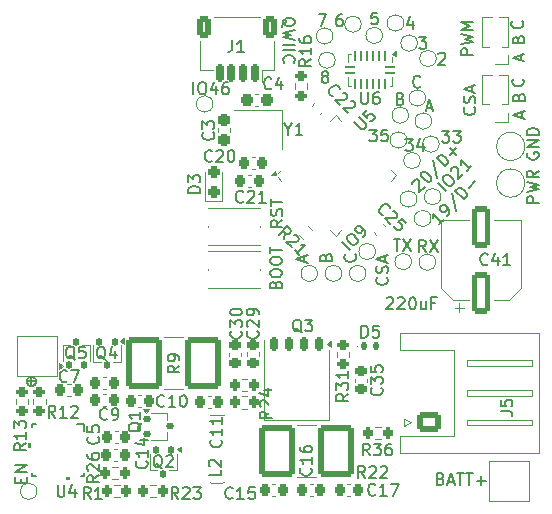
<source format=gbr>
%TF.GenerationSoftware,KiCad,Pcbnew,8.0.5-8.0.5-0~ubuntu24.04.1*%
%TF.CreationDate,2024-09-15T17:00:47-06:00*%
%TF.ProjectId,esp32-s3 single motor & battery controller,65737033-322d-4733-9320-73696e676c65,rev?*%
%TF.SameCoordinates,Original*%
%TF.FileFunction,Legend,Top*%
%TF.FilePolarity,Positive*%
%FSLAX46Y46*%
G04 Gerber Fmt 4.6, Leading zero omitted, Abs format (unit mm)*
G04 Created by KiCad (PCBNEW 8.0.5-8.0.5-0~ubuntu24.04.1) date 2024-09-15 17:00:47*
%MOMM*%
%LPD*%
G01*
G04 APERTURE LIST*
G04 Aperture macros list*
%AMRoundRect*
0 Rectangle with rounded corners*
0 $1 Rounding radius*
0 $2 $3 $4 $5 $6 $7 $8 $9 X,Y pos of 4 corners*
0 Add a 4 corners polygon primitive as box body*
4,1,4,$2,$3,$4,$5,$6,$7,$8,$9,$2,$3,0*
0 Add four circle primitives for the rounded corners*
1,1,$1+$1,$2,$3*
1,1,$1+$1,$4,$5*
1,1,$1+$1,$6,$7*
1,1,$1+$1,$8,$9*
0 Add four rect primitives between the rounded corners*
20,1,$1+$1,$2,$3,$4,$5,0*
20,1,$1+$1,$4,$5,$6,$7,0*
20,1,$1+$1,$6,$7,$8,$9,0*
20,1,$1+$1,$8,$9,$2,$3,0*%
%AMRotRect*
0 Rectangle, with rotation*
0 The origin of the aperture is its center*
0 $1 length*
0 $2 width*
0 $3 Rotation angle, in degrees counterclockwise*
0 Add horizontal line*
21,1,$1,$2,0,0,$3*%
%AMOutline5P*
0 Free polygon, 5 corners , with rotation*
0 The origin of the aperture is its center*
0 number of corners: always 5*
0 $1 to $10 corner X, Y*
0 $11 Rotation angle, in degrees counterclockwise*
0 create outline with 5 corners*
4,1,5,$1,$2,$3,$4,$5,$6,$7,$8,$9,$10,$1,$2,$11*%
%AMOutline6P*
0 Free polygon, 6 corners , with rotation*
0 The origin of the aperture is its center*
0 number of corners: always 6*
0 $1 to $12 corner X, Y*
0 $13 Rotation angle, in degrees counterclockwise*
0 create outline with 6 corners*
4,1,6,$1,$2,$3,$4,$5,$6,$7,$8,$9,$10,$11,$12,$1,$2,$13*%
%AMOutline7P*
0 Free polygon, 7 corners , with rotation*
0 The origin of the aperture is its center*
0 number of corners: always 7*
0 $1 to $14 corner X, Y*
0 $15 Rotation angle, in degrees counterclockwise*
0 create outline with 7 corners*
4,1,7,$1,$2,$3,$4,$5,$6,$7,$8,$9,$10,$11,$12,$13,$14,$1,$2,$15*%
%AMOutline8P*
0 Free polygon, 8 corners , with rotation*
0 The origin of the aperture is its center*
0 number of corners: always 8*
0 $1 to $16 corner X, Y*
0 $17 Rotation angle, in degrees counterclockwise*
0 create outline with 8 corners*
4,1,8,$1,$2,$3,$4,$5,$6,$7,$8,$9,$10,$11,$12,$13,$14,$15,$16,$1,$2,$17*%
%AMFreePoly0*
4,1,9,2.100000,-2.000000,2.350000,-2.000000,2.350000,-3.500000,-2.350000,-3.500000,-2.350000,-2.000000,-2.100000,-2.000000,-2.100000,1.100000,2.100000,1.100000,2.100000,-2.000000,2.100000,-2.000000,$1*%
G04 Aperture macros list end*
%ADD10C,0.150000*%
%ADD11C,0.120000*%
%ADD12C,0.200000*%
%ADD13C,0.000000*%
%ADD14C,0.100000*%
%ADD15RoundRect,0.237500X0.237500X-0.300000X0.237500X0.300000X-0.237500X0.300000X-0.237500X-0.300000X0*%
%ADD16C,1.000000*%
%ADD17R,1.400000X1.200000*%
%ADD18RoundRect,0.225000X-0.225000X-0.250000X0.225000X-0.250000X0.225000X0.250000X-0.225000X0.250000X0*%
%ADD19R,1.000000X1.000000*%
%ADD20O,1.000000X1.000000*%
%ADD21RoundRect,0.200000X0.200000X0.275000X-0.200000X0.275000X-0.200000X-0.275000X0.200000X-0.275000X0*%
%ADD22RoundRect,0.150000X0.150000X0.625000X-0.150000X0.625000X-0.150000X-0.625000X0.150000X-0.625000X0*%
%ADD23RoundRect,0.250000X0.350000X0.650000X-0.350000X0.650000X-0.350000X-0.650000X0.350000X-0.650000X0*%
%ADD24RoundRect,0.200000X-0.335876X-0.053033X-0.053033X-0.335876X0.335876X0.053033X0.053033X0.335876X0*%
%ADD25RoundRect,0.250001X1.262499X1.974999X-1.262499X1.974999X-1.262499X-1.974999X1.262499X-1.974999X0*%
%ADD26RoundRect,0.237500X0.237500X-0.287500X0.237500X0.287500X-0.237500X0.287500X-0.237500X-0.287500X0*%
%ADD27RoundRect,0.112500X-0.237500X0.112500X-0.237500X-0.112500X0.237500X-0.112500X0.237500X0.112500X0*%
%ADD28C,2.000000*%
%ADD29RoundRect,0.112500X-0.112500X-0.237500X0.112500X-0.237500X0.112500X0.237500X-0.112500X0.237500X0*%
%ADD30O,0.200000X0.599999*%
%ADD31O,0.599999X0.200000*%
%ADD32C,0.600000*%
%ADD33R,2.600000X2.600000*%
%ADD34R,0.900000X1.000000*%
%ADD35RoundRect,0.225000X-0.335876X-0.017678X-0.017678X-0.335876X0.335876X0.017678X0.017678X0.335876X0*%
%ADD36Outline6P,-2.900000X0.630000X-2.480000X1.050000X2.480000X1.050000X2.900000X0.630000X2.900000X-1.050000X-2.900000X-1.050000X90.000000*%
%ADD37Outline6P,-2.900000X0.630000X-2.480000X1.050000X2.480000X1.050000X2.900000X0.630000X2.900000X-1.050000X-2.900000X-1.050000X270.000000*%
%ADD38R,3.000000X3.000000*%
%ADD39RoundRect,0.250000X0.725000X-0.600000X0.725000X0.600000X-0.725000X0.600000X-0.725000X-0.600000X0*%
%ADD40O,1.950000X1.700000*%
%ADD41RoundRect,0.225000X0.225000X0.250000X-0.225000X0.250000X-0.225000X-0.250000X0.225000X-0.250000X0*%
%ADD42RoundRect,0.112500X0.112500X0.237500X-0.112500X0.237500X-0.112500X-0.237500X0.112500X-0.237500X0*%
%ADD43RoundRect,0.250000X0.550000X-1.500000X0.550000X1.500000X-0.550000X1.500000X-0.550000X-1.500000X0*%
%ADD44RoundRect,0.050000X-0.212132X-0.282843X0.282843X0.212132X0.212132X0.282843X-0.282843X-0.212132X0*%
%ADD45RoundRect,0.050000X0.212132X-0.282843X0.282843X-0.212132X-0.212132X0.282843X-0.282843X0.212132X0*%
%ADD46RotRect,4.000000X4.000000X45.000000*%
%ADD47RoundRect,0.175000X-0.175000X-0.400000X0.175000X-0.400000X0.175000X0.400000X-0.175000X0.400000X0*%
%ADD48FreePoly0,0.000000*%
%ADD49RoundRect,0.200000X0.275000X-0.200000X0.275000X0.200000X-0.275000X0.200000X-0.275000X-0.200000X0*%
%ADD50RoundRect,0.225000X0.017678X-0.335876X0.335876X-0.017678X-0.017678X0.335876X-0.335876X0.017678X0*%
%ADD51RoundRect,0.225000X0.250000X-0.225000X0.250000X0.225000X-0.250000X0.225000X-0.250000X-0.225000X0*%
%ADD52RoundRect,0.147500X-0.147500X-0.172500X0.147500X-0.172500X0.147500X0.172500X-0.147500X0.172500X0*%
%ADD53RoundRect,0.237500X0.300000X0.237500X-0.300000X0.237500X-0.300000X-0.237500X0.300000X-0.237500X0*%
%ADD54RoundRect,0.200000X-0.275000X0.200000X-0.275000X-0.200000X0.275000X-0.200000X0.275000X0.200000X0*%
%ADD55RoundRect,0.062500X-0.350000X0.062500X-0.350000X-0.062500X0.350000X-0.062500X0.350000X0.062500X0*%
%ADD56RoundRect,0.062500X-0.062500X0.350000X-0.062500X-0.350000X0.062500X-0.350000X0.062500X0.350000X0*%
%ADD57R,2.000000X1.000000*%
%ADD58RoundRect,0.225000X-0.250000X0.225000X-0.250000X-0.225000X0.250000X-0.225000X0.250000X0.225000X0*%
%ADD59RoundRect,0.200000X-0.200000X-0.275000X0.200000X-0.275000X0.200000X0.275000X-0.200000X0.275000X0*%
G04 APERTURE END LIST*
D10*
X139824580Y-112791792D02*
X139872200Y-112839411D01*
X139872200Y-112839411D02*
X139919819Y-112982268D01*
X139919819Y-112982268D02*
X139919819Y-113077506D01*
X139919819Y-113077506D02*
X139872200Y-113220363D01*
X139872200Y-113220363D02*
X139776961Y-113315601D01*
X139776961Y-113315601D02*
X139681723Y-113363220D01*
X139681723Y-113363220D02*
X139491247Y-113410839D01*
X139491247Y-113410839D02*
X139348390Y-113410839D01*
X139348390Y-113410839D02*
X139157914Y-113363220D01*
X139157914Y-113363220D02*
X139062676Y-113315601D01*
X139062676Y-113315601D02*
X138967438Y-113220363D01*
X138967438Y-113220363D02*
X138919819Y-113077506D01*
X138919819Y-113077506D02*
X138919819Y-112982268D01*
X138919819Y-112982268D02*
X138967438Y-112839411D01*
X138967438Y-112839411D02*
X139015057Y-112791792D01*
X139872200Y-112410839D02*
X139919819Y-112267982D01*
X139919819Y-112267982D02*
X139919819Y-112029887D01*
X139919819Y-112029887D02*
X139872200Y-111934649D01*
X139872200Y-111934649D02*
X139824580Y-111887030D01*
X139824580Y-111887030D02*
X139729342Y-111839411D01*
X139729342Y-111839411D02*
X139634104Y-111839411D01*
X139634104Y-111839411D02*
X139538866Y-111887030D01*
X139538866Y-111887030D02*
X139491247Y-111934649D01*
X139491247Y-111934649D02*
X139443628Y-112029887D01*
X139443628Y-112029887D02*
X139396009Y-112220363D01*
X139396009Y-112220363D02*
X139348390Y-112315601D01*
X139348390Y-112315601D02*
X139300771Y-112363220D01*
X139300771Y-112363220D02*
X139205533Y-112410839D01*
X139205533Y-112410839D02*
X139110295Y-112410839D01*
X139110295Y-112410839D02*
X139015057Y-112363220D01*
X139015057Y-112363220D02*
X138967438Y-112315601D01*
X138967438Y-112315601D02*
X138919819Y-112220363D01*
X138919819Y-112220363D02*
X138919819Y-111982268D01*
X138919819Y-111982268D02*
X138967438Y-111839411D01*
X139634104Y-111458458D02*
X139634104Y-110982268D01*
X139919819Y-111553696D02*
X138919819Y-111220363D01*
X138919819Y-111220363D02*
X139919819Y-110887030D01*
X151324580Y-95991792D02*
X151372200Y-96039411D01*
X151372200Y-96039411D02*
X151419819Y-96182268D01*
X151419819Y-96182268D02*
X151419819Y-96277506D01*
X151419819Y-96277506D02*
X151372200Y-96420363D01*
X151372200Y-96420363D02*
X151276961Y-96515601D01*
X151276961Y-96515601D02*
X151181723Y-96563220D01*
X151181723Y-96563220D02*
X150991247Y-96610839D01*
X150991247Y-96610839D02*
X150848390Y-96610839D01*
X150848390Y-96610839D02*
X150657914Y-96563220D01*
X150657914Y-96563220D02*
X150562676Y-96515601D01*
X150562676Y-96515601D02*
X150467438Y-96420363D01*
X150467438Y-96420363D02*
X150419819Y-96277506D01*
X150419819Y-96277506D02*
X150419819Y-96182268D01*
X150419819Y-96182268D02*
X150467438Y-96039411D01*
X150467438Y-96039411D02*
X150515057Y-95991792D01*
X136696087Y-110469809D02*
X135988980Y-109762702D01*
X136460384Y-109291298D02*
X136595071Y-109156611D01*
X136595071Y-109156611D02*
X136696086Y-109122939D01*
X136696086Y-109122939D02*
X136830773Y-109122939D01*
X136830773Y-109122939D02*
X136999132Y-109223954D01*
X136999132Y-109223954D02*
X137234834Y-109459657D01*
X137234834Y-109459657D02*
X137335849Y-109628015D01*
X137335849Y-109628015D02*
X137335849Y-109762702D01*
X137335849Y-109762702D02*
X137302178Y-109863718D01*
X137302178Y-109863718D02*
X137167491Y-109998405D01*
X137167491Y-109998405D02*
X137066475Y-110032076D01*
X137066475Y-110032076D02*
X136931788Y-110032076D01*
X136931788Y-110032076D02*
X136763430Y-109931061D01*
X136763430Y-109931061D02*
X136527727Y-109695359D01*
X136527727Y-109695359D02*
X136426712Y-109527000D01*
X136426712Y-109527000D02*
X136426712Y-109392313D01*
X136426712Y-109392313D02*
X136460384Y-109291298D01*
X137807254Y-109358641D02*
X137941941Y-109223954D01*
X137941941Y-109223954D02*
X137975613Y-109122939D01*
X137975613Y-109122939D02*
X137975613Y-109055596D01*
X137975613Y-109055596D02*
X137941941Y-108887237D01*
X137941941Y-108887237D02*
X137840926Y-108718878D01*
X137840926Y-108718878D02*
X137571552Y-108449504D01*
X137571552Y-108449504D02*
X137470536Y-108415832D01*
X137470536Y-108415832D02*
X137403193Y-108415832D01*
X137403193Y-108415832D02*
X137302178Y-108449504D01*
X137302178Y-108449504D02*
X137167491Y-108584191D01*
X137167491Y-108584191D02*
X137133819Y-108685206D01*
X137133819Y-108685206D02*
X137133819Y-108752550D01*
X137133819Y-108752550D02*
X137167491Y-108853565D01*
X137167491Y-108853565D02*
X137335849Y-109021924D01*
X137335849Y-109021924D02*
X137436865Y-109055596D01*
X137436865Y-109055596D02*
X137504208Y-109055596D01*
X137504208Y-109055596D02*
X137605223Y-109021924D01*
X137605223Y-109021924D02*
X137739910Y-108887237D01*
X137739910Y-108887237D02*
X137773582Y-108786222D01*
X137773582Y-108786222D02*
X137773582Y-108718878D01*
X137773582Y-108718878D02*
X137739910Y-108617863D01*
X151234104Y-99310839D02*
X151234104Y-98834649D01*
X151519819Y-99406077D02*
X150519819Y-99072744D01*
X150519819Y-99072744D02*
X151519819Y-98739411D01*
X151274580Y-91091792D02*
X151322200Y-91139411D01*
X151322200Y-91139411D02*
X151369819Y-91282268D01*
X151369819Y-91282268D02*
X151369819Y-91377506D01*
X151369819Y-91377506D02*
X151322200Y-91520363D01*
X151322200Y-91520363D02*
X151226961Y-91615601D01*
X151226961Y-91615601D02*
X151131723Y-91663220D01*
X151131723Y-91663220D02*
X150941247Y-91710839D01*
X150941247Y-91710839D02*
X150798390Y-91710839D01*
X150798390Y-91710839D02*
X150607914Y-91663220D01*
X150607914Y-91663220D02*
X150512676Y-91615601D01*
X150512676Y-91615601D02*
X150417438Y-91520363D01*
X150417438Y-91520363D02*
X150369819Y-91377506D01*
X150369819Y-91377506D02*
X150369819Y-91282268D01*
X150369819Y-91282268D02*
X150417438Y-91139411D01*
X150417438Y-91139411D02*
X150465057Y-91091792D01*
X142015350Y-91053152D02*
X142015350Y-91719819D01*
X141777255Y-90672200D02*
X141539160Y-91386485D01*
X141539160Y-91386485D02*
X142158207Y-91386485D01*
X138341541Y-100269819D02*
X138960588Y-100269819D01*
X138960588Y-100269819D02*
X138627255Y-100650771D01*
X138627255Y-100650771D02*
X138770112Y-100650771D01*
X138770112Y-100650771D02*
X138865350Y-100698390D01*
X138865350Y-100698390D02*
X138912969Y-100746009D01*
X138912969Y-100746009D02*
X138960588Y-100841247D01*
X138960588Y-100841247D02*
X138960588Y-101079342D01*
X138960588Y-101079342D02*
X138912969Y-101174580D01*
X138912969Y-101174580D02*
X138865350Y-101222200D01*
X138865350Y-101222200D02*
X138770112Y-101269819D01*
X138770112Y-101269819D02*
X138484398Y-101269819D01*
X138484398Y-101269819D02*
X138389160Y-101222200D01*
X138389160Y-101222200D02*
X138341541Y-101174580D01*
X139865350Y-100269819D02*
X139389160Y-100269819D01*
X139389160Y-100269819D02*
X139341541Y-100746009D01*
X139341541Y-100746009D02*
X139389160Y-100698390D01*
X139389160Y-100698390D02*
X139484398Y-100650771D01*
X139484398Y-100650771D02*
X139722493Y-100650771D01*
X139722493Y-100650771D02*
X139817731Y-100698390D01*
X139817731Y-100698390D02*
X139865350Y-100746009D01*
X139865350Y-100746009D02*
X139912969Y-100841247D01*
X139912969Y-100841247D02*
X139912969Y-101079342D01*
X139912969Y-101079342D02*
X139865350Y-101174580D01*
X139865350Y-101174580D02*
X139817731Y-101222200D01*
X139817731Y-101222200D02*
X139722493Y-101269819D01*
X139722493Y-101269819D02*
X139484398Y-101269819D01*
X139484398Y-101269819D02*
X139389160Y-101222200D01*
X139389160Y-101222200D02*
X139341541Y-101174580D01*
X142541541Y-92419819D02*
X143160588Y-92419819D01*
X143160588Y-92419819D02*
X142827255Y-92800771D01*
X142827255Y-92800771D02*
X142970112Y-92800771D01*
X142970112Y-92800771D02*
X143065350Y-92848390D01*
X143065350Y-92848390D02*
X143112969Y-92896009D01*
X143112969Y-92896009D02*
X143160588Y-92991247D01*
X143160588Y-92991247D02*
X143160588Y-93229342D01*
X143160588Y-93229342D02*
X143112969Y-93324580D01*
X143112969Y-93324580D02*
X143065350Y-93372200D01*
X143065350Y-93372200D02*
X142970112Y-93419819D01*
X142970112Y-93419819D02*
X142684398Y-93419819D01*
X142684398Y-93419819D02*
X142589160Y-93372200D01*
X142589160Y-93372200D02*
X142541541Y-93324580D01*
X137124580Y-110841792D02*
X137172200Y-110889411D01*
X137172200Y-110889411D02*
X137219819Y-111032268D01*
X137219819Y-111032268D02*
X137219819Y-111127506D01*
X137219819Y-111127506D02*
X137172200Y-111270363D01*
X137172200Y-111270363D02*
X137076961Y-111365601D01*
X137076961Y-111365601D02*
X136981723Y-111413220D01*
X136981723Y-111413220D02*
X136791247Y-111460839D01*
X136791247Y-111460839D02*
X136648390Y-111460839D01*
X136648390Y-111460839D02*
X136457914Y-111413220D01*
X136457914Y-111413220D02*
X136362676Y-111365601D01*
X136362676Y-111365601D02*
X136267438Y-111270363D01*
X136267438Y-111270363D02*
X136219819Y-111127506D01*
X136219819Y-111127506D02*
X136219819Y-111032268D01*
X136219819Y-111032268D02*
X136267438Y-110889411D01*
X136267438Y-110889411D02*
X136315057Y-110841792D01*
X142658207Y-96624580D02*
X142610588Y-96672200D01*
X142610588Y-96672200D02*
X142467731Y-96719819D01*
X142467731Y-96719819D02*
X142372493Y-96719819D01*
X142372493Y-96719819D02*
X142229636Y-96672200D01*
X142229636Y-96672200D02*
X142134398Y-96576961D01*
X142134398Y-96576961D02*
X142086779Y-96481723D01*
X142086779Y-96481723D02*
X142039160Y-96291247D01*
X142039160Y-96291247D02*
X142039160Y-96148390D01*
X142039160Y-96148390D02*
X142086779Y-95957914D01*
X142086779Y-95957914D02*
X142134398Y-95862676D01*
X142134398Y-95862676D02*
X142229636Y-95767438D01*
X142229636Y-95767438D02*
X142372493Y-95719819D01*
X142372493Y-95719819D02*
X142467731Y-95719819D01*
X142467731Y-95719819D02*
X142610588Y-95767438D01*
X142610588Y-95767438D02*
X142658207Y-95815057D01*
X143108207Y-110619819D02*
X142774874Y-110143628D01*
X142536779Y-110619819D02*
X142536779Y-109619819D01*
X142536779Y-109619819D02*
X142917731Y-109619819D01*
X142917731Y-109619819D02*
X143012969Y-109667438D01*
X143012969Y-109667438D02*
X143060588Y-109715057D01*
X143060588Y-109715057D02*
X143108207Y-109810295D01*
X143108207Y-109810295D02*
X143108207Y-109953152D01*
X143108207Y-109953152D02*
X143060588Y-110048390D01*
X143060588Y-110048390D02*
X143012969Y-110096009D01*
X143012969Y-110096009D02*
X142917731Y-110143628D01*
X142917731Y-110143628D02*
X142536779Y-110143628D01*
X143441541Y-109619819D02*
X144108207Y-110619819D01*
X144108207Y-109619819D02*
X143441541Y-110619819D01*
X144370112Y-129846009D02*
X144512969Y-129893628D01*
X144512969Y-129893628D02*
X144560588Y-129941247D01*
X144560588Y-129941247D02*
X144608207Y-130036485D01*
X144608207Y-130036485D02*
X144608207Y-130179342D01*
X144608207Y-130179342D02*
X144560588Y-130274580D01*
X144560588Y-130274580D02*
X144512969Y-130322200D01*
X144512969Y-130322200D02*
X144417731Y-130369819D01*
X144417731Y-130369819D02*
X144036779Y-130369819D01*
X144036779Y-130369819D02*
X144036779Y-129369819D01*
X144036779Y-129369819D02*
X144370112Y-129369819D01*
X144370112Y-129369819D02*
X144465350Y-129417438D01*
X144465350Y-129417438D02*
X144512969Y-129465057D01*
X144512969Y-129465057D02*
X144560588Y-129560295D01*
X144560588Y-129560295D02*
X144560588Y-129655533D01*
X144560588Y-129655533D02*
X144512969Y-129750771D01*
X144512969Y-129750771D02*
X144465350Y-129798390D01*
X144465350Y-129798390D02*
X144370112Y-129846009D01*
X144370112Y-129846009D02*
X144036779Y-129846009D01*
X144989160Y-130084104D02*
X145465350Y-130084104D01*
X144893922Y-130369819D02*
X145227255Y-129369819D01*
X145227255Y-129369819D02*
X145560588Y-130369819D01*
X145751065Y-129369819D02*
X146322493Y-129369819D01*
X146036779Y-130369819D02*
X146036779Y-129369819D01*
X146512970Y-129369819D02*
X147084398Y-129369819D01*
X146798684Y-130369819D02*
X146798684Y-129369819D01*
X147417732Y-129988866D02*
X148179637Y-129988866D01*
X147798684Y-130369819D02*
X147798684Y-129607914D01*
X152669819Y-106463220D02*
X151669819Y-106463220D01*
X151669819Y-106463220D02*
X151669819Y-106082268D01*
X151669819Y-106082268D02*
X151717438Y-105987030D01*
X151717438Y-105987030D02*
X151765057Y-105939411D01*
X151765057Y-105939411D02*
X151860295Y-105891792D01*
X151860295Y-105891792D02*
X152003152Y-105891792D01*
X152003152Y-105891792D02*
X152098390Y-105939411D01*
X152098390Y-105939411D02*
X152146009Y-105987030D01*
X152146009Y-105987030D02*
X152193628Y-106082268D01*
X152193628Y-106082268D02*
X152193628Y-106463220D01*
X151669819Y-105558458D02*
X152669819Y-105320363D01*
X152669819Y-105320363D02*
X151955533Y-105129887D01*
X151955533Y-105129887D02*
X152669819Y-104939411D01*
X152669819Y-104939411D02*
X151669819Y-104701316D01*
X152669819Y-103748935D02*
X152193628Y-104082268D01*
X152669819Y-104320363D02*
X151669819Y-104320363D01*
X151669819Y-104320363D02*
X151669819Y-103939411D01*
X151669819Y-103939411D02*
X151717438Y-103844173D01*
X151717438Y-103844173D02*
X151765057Y-103796554D01*
X151765057Y-103796554D02*
X151860295Y-103748935D01*
X151860295Y-103748935D02*
X152003152Y-103748935D01*
X152003152Y-103748935D02*
X152098390Y-103796554D01*
X152098390Y-103796554D02*
X152146009Y-103844173D01*
X152146009Y-103844173D02*
X152193628Y-103939411D01*
X152193628Y-103939411D02*
X152193628Y-104320363D01*
X134646009Y-111079887D02*
X134693628Y-110937030D01*
X134693628Y-110937030D02*
X134741247Y-110889411D01*
X134741247Y-110889411D02*
X134836485Y-110841792D01*
X134836485Y-110841792D02*
X134979342Y-110841792D01*
X134979342Y-110841792D02*
X135074580Y-110889411D01*
X135074580Y-110889411D02*
X135122200Y-110937030D01*
X135122200Y-110937030D02*
X135169819Y-111032268D01*
X135169819Y-111032268D02*
X135169819Y-111413220D01*
X135169819Y-111413220D02*
X134169819Y-111413220D01*
X134169819Y-111413220D02*
X134169819Y-111079887D01*
X134169819Y-111079887D02*
X134217438Y-110984649D01*
X134217438Y-110984649D02*
X134265057Y-110937030D01*
X134265057Y-110937030D02*
X134360295Y-110889411D01*
X134360295Y-110889411D02*
X134455533Y-110889411D01*
X134455533Y-110889411D02*
X134550771Y-110937030D01*
X134550771Y-110937030D02*
X134598390Y-110984649D01*
X134598390Y-110984649D02*
X134646009Y-111079887D01*
X134646009Y-111079887D02*
X134646009Y-111413220D01*
X132834104Y-111460839D02*
X132834104Y-110984649D01*
X133119819Y-111556077D02*
X132119819Y-111222744D01*
X132119819Y-111222744D02*
X133119819Y-110889411D01*
X143189160Y-98434104D02*
X143665350Y-98434104D01*
X143093922Y-98719819D02*
X143427255Y-97719819D01*
X143427255Y-97719819D02*
X143760588Y-98719819D01*
X130934942Y-91553445D02*
X130982561Y-91458207D01*
X130982561Y-91458207D02*
X131077800Y-91362969D01*
X131077800Y-91362969D02*
X131220657Y-91220112D01*
X131220657Y-91220112D02*
X131268276Y-91124874D01*
X131268276Y-91124874D02*
X131268276Y-91029636D01*
X131030180Y-91077255D02*
X131077800Y-90982017D01*
X131077800Y-90982017D02*
X131173038Y-90886779D01*
X131173038Y-90886779D02*
X131363514Y-90839160D01*
X131363514Y-90839160D02*
X131696847Y-90839160D01*
X131696847Y-90839160D02*
X131887323Y-90886779D01*
X131887323Y-90886779D02*
X131982561Y-90982017D01*
X131982561Y-90982017D02*
X132030180Y-91077255D01*
X132030180Y-91077255D02*
X132030180Y-91267731D01*
X132030180Y-91267731D02*
X131982561Y-91362969D01*
X131982561Y-91362969D02*
X131887323Y-91458207D01*
X131887323Y-91458207D02*
X131696847Y-91505826D01*
X131696847Y-91505826D02*
X131363514Y-91505826D01*
X131363514Y-91505826D02*
X131173038Y-91458207D01*
X131173038Y-91458207D02*
X131077800Y-91362969D01*
X131077800Y-91362969D02*
X131030180Y-91267731D01*
X131030180Y-91267731D02*
X131030180Y-91077255D01*
X132030180Y-91839160D02*
X131030180Y-92077255D01*
X131030180Y-92077255D02*
X131744466Y-92267731D01*
X131744466Y-92267731D02*
X131030180Y-92458207D01*
X131030180Y-92458207D02*
X132030180Y-92696303D01*
X131030180Y-93077255D02*
X132030180Y-93077255D01*
X131030180Y-93553445D02*
X132030180Y-93553445D01*
X131125419Y-94601063D02*
X131077800Y-94553444D01*
X131077800Y-94553444D02*
X131030180Y-94410587D01*
X131030180Y-94410587D02*
X131030180Y-94315349D01*
X131030180Y-94315349D02*
X131077800Y-94172492D01*
X131077800Y-94172492D02*
X131173038Y-94077254D01*
X131173038Y-94077254D02*
X131268276Y-94029635D01*
X131268276Y-94029635D02*
X131458752Y-93982016D01*
X131458752Y-93982016D02*
X131601609Y-93982016D01*
X131601609Y-93982016D02*
X131792085Y-94029635D01*
X131792085Y-94029635D02*
X131887323Y-94077254D01*
X131887323Y-94077254D02*
X131982561Y-94172492D01*
X131982561Y-94172492D02*
X132030180Y-94315349D01*
X132030180Y-94315349D02*
X132030180Y-94410587D01*
X132030180Y-94410587D02*
X131982561Y-94553444D01*
X131982561Y-94553444D02*
X131934942Y-94601063D01*
X139012969Y-90369819D02*
X138536779Y-90369819D01*
X138536779Y-90369819D02*
X138489160Y-90846009D01*
X138489160Y-90846009D02*
X138536779Y-90798390D01*
X138536779Y-90798390D02*
X138632017Y-90750771D01*
X138632017Y-90750771D02*
X138870112Y-90750771D01*
X138870112Y-90750771D02*
X138965350Y-90798390D01*
X138965350Y-90798390D02*
X139012969Y-90846009D01*
X139012969Y-90846009D02*
X139060588Y-90941247D01*
X139060588Y-90941247D02*
X139060588Y-91179342D01*
X139060588Y-91179342D02*
X139012969Y-91274580D01*
X139012969Y-91274580D02*
X138965350Y-91322200D01*
X138965350Y-91322200D02*
X138870112Y-91369819D01*
X138870112Y-91369819D02*
X138632017Y-91369819D01*
X138632017Y-91369819D02*
X138536779Y-91322200D01*
X138536779Y-91322200D02*
X138489160Y-91274580D01*
X139789160Y-114565057D02*
X139836779Y-114517438D01*
X139836779Y-114517438D02*
X139932017Y-114469819D01*
X139932017Y-114469819D02*
X140170112Y-114469819D01*
X140170112Y-114469819D02*
X140265350Y-114517438D01*
X140265350Y-114517438D02*
X140312969Y-114565057D01*
X140312969Y-114565057D02*
X140360588Y-114660295D01*
X140360588Y-114660295D02*
X140360588Y-114755533D01*
X140360588Y-114755533D02*
X140312969Y-114898390D01*
X140312969Y-114898390D02*
X139741541Y-115469819D01*
X139741541Y-115469819D02*
X140360588Y-115469819D01*
X140741541Y-114565057D02*
X140789160Y-114517438D01*
X140789160Y-114517438D02*
X140884398Y-114469819D01*
X140884398Y-114469819D02*
X141122493Y-114469819D01*
X141122493Y-114469819D02*
X141217731Y-114517438D01*
X141217731Y-114517438D02*
X141265350Y-114565057D01*
X141265350Y-114565057D02*
X141312969Y-114660295D01*
X141312969Y-114660295D02*
X141312969Y-114755533D01*
X141312969Y-114755533D02*
X141265350Y-114898390D01*
X141265350Y-114898390D02*
X140693922Y-115469819D01*
X140693922Y-115469819D02*
X141312969Y-115469819D01*
X141932017Y-114469819D02*
X142027255Y-114469819D01*
X142027255Y-114469819D02*
X142122493Y-114517438D01*
X142122493Y-114517438D02*
X142170112Y-114565057D01*
X142170112Y-114565057D02*
X142217731Y-114660295D01*
X142217731Y-114660295D02*
X142265350Y-114850771D01*
X142265350Y-114850771D02*
X142265350Y-115088866D01*
X142265350Y-115088866D02*
X142217731Y-115279342D01*
X142217731Y-115279342D02*
X142170112Y-115374580D01*
X142170112Y-115374580D02*
X142122493Y-115422200D01*
X142122493Y-115422200D02*
X142027255Y-115469819D01*
X142027255Y-115469819D02*
X141932017Y-115469819D01*
X141932017Y-115469819D02*
X141836779Y-115422200D01*
X141836779Y-115422200D02*
X141789160Y-115374580D01*
X141789160Y-115374580D02*
X141741541Y-115279342D01*
X141741541Y-115279342D02*
X141693922Y-115088866D01*
X141693922Y-115088866D02*
X141693922Y-114850771D01*
X141693922Y-114850771D02*
X141741541Y-114660295D01*
X141741541Y-114660295D02*
X141789160Y-114565057D01*
X141789160Y-114565057D02*
X141836779Y-114517438D01*
X141836779Y-114517438D02*
X141932017Y-114469819D01*
X143122493Y-114803152D02*
X143122493Y-115469819D01*
X142693922Y-114803152D02*
X142693922Y-115326961D01*
X142693922Y-115326961D02*
X142741541Y-115422200D01*
X142741541Y-115422200D02*
X142836779Y-115469819D01*
X142836779Y-115469819D02*
X142979636Y-115469819D01*
X142979636Y-115469819D02*
X143074874Y-115422200D01*
X143074874Y-115422200D02*
X143122493Y-115374580D01*
X143932017Y-114946009D02*
X143598684Y-114946009D01*
X143598684Y-115469819D02*
X143598684Y-114469819D01*
X143598684Y-114469819D02*
X144074874Y-114469819D01*
X123436779Y-97269819D02*
X123436779Y-96269819D01*
X124103445Y-96269819D02*
X124293921Y-96269819D01*
X124293921Y-96269819D02*
X124389159Y-96317438D01*
X124389159Y-96317438D02*
X124484397Y-96412676D01*
X124484397Y-96412676D02*
X124532016Y-96603152D01*
X124532016Y-96603152D02*
X124532016Y-96936485D01*
X124532016Y-96936485D02*
X124484397Y-97126961D01*
X124484397Y-97126961D02*
X124389159Y-97222200D01*
X124389159Y-97222200D02*
X124293921Y-97269819D01*
X124293921Y-97269819D02*
X124103445Y-97269819D01*
X124103445Y-97269819D02*
X124008207Y-97222200D01*
X124008207Y-97222200D02*
X123912969Y-97126961D01*
X123912969Y-97126961D02*
X123865350Y-96936485D01*
X123865350Y-96936485D02*
X123865350Y-96603152D01*
X123865350Y-96603152D02*
X123912969Y-96412676D01*
X123912969Y-96412676D02*
X124008207Y-96317438D01*
X124008207Y-96317438D02*
X124103445Y-96269819D01*
X125389159Y-96603152D02*
X125389159Y-97269819D01*
X125151064Y-96222200D02*
X124912969Y-96936485D01*
X124912969Y-96936485D02*
X125532016Y-96936485D01*
X126341540Y-96269819D02*
X126151064Y-96269819D01*
X126151064Y-96269819D02*
X126055826Y-96317438D01*
X126055826Y-96317438D02*
X126008207Y-96365057D01*
X126008207Y-96365057D02*
X125912969Y-96507914D01*
X125912969Y-96507914D02*
X125865350Y-96698390D01*
X125865350Y-96698390D02*
X125865350Y-97079342D01*
X125865350Y-97079342D02*
X125912969Y-97174580D01*
X125912969Y-97174580D02*
X125960588Y-97222200D01*
X125960588Y-97222200D02*
X126055826Y-97269819D01*
X126055826Y-97269819D02*
X126246302Y-97269819D01*
X126246302Y-97269819D02*
X126341540Y-97222200D01*
X126341540Y-97222200D02*
X126389159Y-97174580D01*
X126389159Y-97174580D02*
X126436778Y-97079342D01*
X126436778Y-97079342D02*
X126436778Y-96841247D01*
X126436778Y-96841247D02*
X126389159Y-96746009D01*
X126389159Y-96746009D02*
X126341540Y-96698390D01*
X126341540Y-96698390D02*
X126246302Y-96650771D01*
X126246302Y-96650771D02*
X126055826Y-96650771D01*
X126055826Y-96650771D02*
X125960588Y-96698390D01*
X125960588Y-96698390D02*
X125912969Y-96746009D01*
X125912969Y-96746009D02*
X125865350Y-96841247D01*
X150996009Y-97529887D02*
X151043628Y-97387030D01*
X151043628Y-97387030D02*
X151091247Y-97339411D01*
X151091247Y-97339411D02*
X151186485Y-97291792D01*
X151186485Y-97291792D02*
X151329342Y-97291792D01*
X151329342Y-97291792D02*
X151424580Y-97339411D01*
X151424580Y-97339411D02*
X151472200Y-97387030D01*
X151472200Y-97387030D02*
X151519819Y-97482268D01*
X151519819Y-97482268D02*
X151519819Y-97863220D01*
X151519819Y-97863220D02*
X150519819Y-97863220D01*
X150519819Y-97863220D02*
X150519819Y-97529887D01*
X150519819Y-97529887D02*
X150567438Y-97434649D01*
X150567438Y-97434649D02*
X150615057Y-97387030D01*
X150615057Y-97387030D02*
X150710295Y-97339411D01*
X150710295Y-97339411D02*
X150805533Y-97339411D01*
X150805533Y-97339411D02*
X150900771Y-97387030D01*
X150900771Y-97387030D02*
X150948390Y-97434649D01*
X150948390Y-97434649D02*
X150996009Y-97529887D01*
X150996009Y-97529887D02*
X150996009Y-97863220D01*
X141391541Y-101069819D02*
X142010588Y-101069819D01*
X142010588Y-101069819D02*
X141677255Y-101450771D01*
X141677255Y-101450771D02*
X141820112Y-101450771D01*
X141820112Y-101450771D02*
X141915350Y-101498390D01*
X141915350Y-101498390D02*
X141962969Y-101546009D01*
X141962969Y-101546009D02*
X142010588Y-101641247D01*
X142010588Y-101641247D02*
X142010588Y-101879342D01*
X142010588Y-101879342D02*
X141962969Y-101974580D01*
X141962969Y-101974580D02*
X141915350Y-102022200D01*
X141915350Y-102022200D02*
X141820112Y-102069819D01*
X141820112Y-102069819D02*
X141534398Y-102069819D01*
X141534398Y-102069819D02*
X141439160Y-102022200D01*
X141439160Y-102022200D02*
X141391541Y-101974580D01*
X142867731Y-101403152D02*
X142867731Y-102069819D01*
X142629636Y-101022200D02*
X142391541Y-101736485D01*
X142391541Y-101736485D02*
X143010588Y-101736485D01*
X140970112Y-97646009D02*
X141112969Y-97693628D01*
X141112969Y-97693628D02*
X141160588Y-97741247D01*
X141160588Y-97741247D02*
X141208207Y-97836485D01*
X141208207Y-97836485D02*
X141208207Y-97979342D01*
X141208207Y-97979342D02*
X141160588Y-98074580D01*
X141160588Y-98074580D02*
X141112969Y-98122200D01*
X141112969Y-98122200D02*
X141017731Y-98169819D01*
X141017731Y-98169819D02*
X140636779Y-98169819D01*
X140636779Y-98169819D02*
X140636779Y-97169819D01*
X140636779Y-97169819D02*
X140970112Y-97169819D01*
X140970112Y-97169819D02*
X141065350Y-97217438D01*
X141065350Y-97217438D02*
X141112969Y-97265057D01*
X141112969Y-97265057D02*
X141160588Y-97360295D01*
X141160588Y-97360295D02*
X141160588Y-97455533D01*
X141160588Y-97455533D02*
X141112969Y-97550771D01*
X141112969Y-97550771D02*
X141065350Y-97598390D01*
X141065350Y-97598390D02*
X140970112Y-97646009D01*
X140970112Y-97646009D02*
X140636779Y-97646009D01*
X108846009Y-130163220D02*
X108846009Y-129829887D01*
X109369819Y-129687030D02*
X109369819Y-130163220D01*
X109369819Y-130163220D02*
X108369819Y-130163220D01*
X108369819Y-130163220D02*
X108369819Y-129687030D01*
X109369819Y-129258458D02*
X108369819Y-129258458D01*
X108369819Y-129258458D02*
X109369819Y-128687030D01*
X109369819Y-128687030D02*
X108369819Y-128687030D01*
X134041541Y-90519819D02*
X134708207Y-90519819D01*
X134708207Y-90519819D02*
X134279636Y-91519819D01*
X134479636Y-95748390D02*
X134384398Y-95700771D01*
X134384398Y-95700771D02*
X134336779Y-95653152D01*
X134336779Y-95653152D02*
X134289160Y-95557914D01*
X134289160Y-95557914D02*
X134289160Y-95510295D01*
X134289160Y-95510295D02*
X134336779Y-95415057D01*
X134336779Y-95415057D02*
X134384398Y-95367438D01*
X134384398Y-95367438D02*
X134479636Y-95319819D01*
X134479636Y-95319819D02*
X134670112Y-95319819D01*
X134670112Y-95319819D02*
X134765350Y-95367438D01*
X134765350Y-95367438D02*
X134812969Y-95415057D01*
X134812969Y-95415057D02*
X134860588Y-95510295D01*
X134860588Y-95510295D02*
X134860588Y-95557914D01*
X134860588Y-95557914D02*
X134812969Y-95653152D01*
X134812969Y-95653152D02*
X134765350Y-95700771D01*
X134765350Y-95700771D02*
X134670112Y-95748390D01*
X134670112Y-95748390D02*
X134479636Y-95748390D01*
X134479636Y-95748390D02*
X134384398Y-95796009D01*
X134384398Y-95796009D02*
X134336779Y-95843628D01*
X134336779Y-95843628D02*
X134289160Y-95938866D01*
X134289160Y-95938866D02*
X134289160Y-96129342D01*
X134289160Y-96129342D02*
X134336779Y-96224580D01*
X134336779Y-96224580D02*
X134384398Y-96272200D01*
X134384398Y-96272200D02*
X134479636Y-96319819D01*
X134479636Y-96319819D02*
X134670112Y-96319819D01*
X134670112Y-96319819D02*
X134765350Y-96272200D01*
X134765350Y-96272200D02*
X134812969Y-96224580D01*
X134812969Y-96224580D02*
X134860588Y-96129342D01*
X134860588Y-96129342D02*
X134860588Y-95938866D01*
X134860588Y-95938866D02*
X134812969Y-95843628D01*
X134812969Y-95843628D02*
X134765350Y-95796009D01*
X134765350Y-95796009D02*
X134670112Y-95748390D01*
X144189160Y-93865057D02*
X144236779Y-93817438D01*
X144236779Y-93817438D02*
X144332017Y-93769819D01*
X144332017Y-93769819D02*
X144570112Y-93769819D01*
X144570112Y-93769819D02*
X144665350Y-93817438D01*
X144665350Y-93817438D02*
X144712969Y-93865057D01*
X144712969Y-93865057D02*
X144760588Y-93960295D01*
X144760588Y-93960295D02*
X144760588Y-94055533D01*
X144760588Y-94055533D02*
X144712969Y-94198390D01*
X144712969Y-94198390D02*
X144141541Y-94769819D01*
X144141541Y-94769819D02*
X144760588Y-94769819D01*
X150946009Y-92629887D02*
X150993628Y-92487030D01*
X150993628Y-92487030D02*
X151041247Y-92439411D01*
X151041247Y-92439411D02*
X151136485Y-92391792D01*
X151136485Y-92391792D02*
X151279342Y-92391792D01*
X151279342Y-92391792D02*
X151374580Y-92439411D01*
X151374580Y-92439411D02*
X151422200Y-92487030D01*
X151422200Y-92487030D02*
X151469819Y-92582268D01*
X151469819Y-92582268D02*
X151469819Y-92963220D01*
X151469819Y-92963220D02*
X150469819Y-92963220D01*
X150469819Y-92963220D02*
X150469819Y-92629887D01*
X150469819Y-92629887D02*
X150517438Y-92534649D01*
X150517438Y-92534649D02*
X150565057Y-92487030D01*
X150565057Y-92487030D02*
X150660295Y-92439411D01*
X150660295Y-92439411D02*
X150755533Y-92439411D01*
X150755533Y-92439411D02*
X150850771Y-92487030D01*
X150850771Y-92487030D02*
X150898390Y-92534649D01*
X150898390Y-92534649D02*
X150946009Y-92629887D01*
X150946009Y-92629887D02*
X150946009Y-92963220D01*
X147224580Y-98391792D02*
X147272200Y-98439411D01*
X147272200Y-98439411D02*
X147319819Y-98582268D01*
X147319819Y-98582268D02*
X147319819Y-98677506D01*
X147319819Y-98677506D02*
X147272200Y-98820363D01*
X147272200Y-98820363D02*
X147176961Y-98915601D01*
X147176961Y-98915601D02*
X147081723Y-98963220D01*
X147081723Y-98963220D02*
X146891247Y-99010839D01*
X146891247Y-99010839D02*
X146748390Y-99010839D01*
X146748390Y-99010839D02*
X146557914Y-98963220D01*
X146557914Y-98963220D02*
X146462676Y-98915601D01*
X146462676Y-98915601D02*
X146367438Y-98820363D01*
X146367438Y-98820363D02*
X146319819Y-98677506D01*
X146319819Y-98677506D02*
X146319819Y-98582268D01*
X146319819Y-98582268D02*
X146367438Y-98439411D01*
X146367438Y-98439411D02*
X146415057Y-98391792D01*
X147272200Y-98010839D02*
X147319819Y-97867982D01*
X147319819Y-97867982D02*
X147319819Y-97629887D01*
X147319819Y-97629887D02*
X147272200Y-97534649D01*
X147272200Y-97534649D02*
X147224580Y-97487030D01*
X147224580Y-97487030D02*
X147129342Y-97439411D01*
X147129342Y-97439411D02*
X147034104Y-97439411D01*
X147034104Y-97439411D02*
X146938866Y-97487030D01*
X146938866Y-97487030D02*
X146891247Y-97534649D01*
X146891247Y-97534649D02*
X146843628Y-97629887D01*
X146843628Y-97629887D02*
X146796009Y-97820363D01*
X146796009Y-97820363D02*
X146748390Y-97915601D01*
X146748390Y-97915601D02*
X146700771Y-97963220D01*
X146700771Y-97963220D02*
X146605533Y-98010839D01*
X146605533Y-98010839D02*
X146510295Y-98010839D01*
X146510295Y-98010839D02*
X146415057Y-97963220D01*
X146415057Y-97963220D02*
X146367438Y-97915601D01*
X146367438Y-97915601D02*
X146319819Y-97820363D01*
X146319819Y-97820363D02*
X146319819Y-97582268D01*
X146319819Y-97582268D02*
X146367438Y-97439411D01*
X147034104Y-97058458D02*
X147034104Y-96582268D01*
X147319819Y-97153696D02*
X146319819Y-96820363D01*
X146319819Y-96820363D02*
X147319819Y-96487030D01*
X144491541Y-100369819D02*
X145110588Y-100369819D01*
X145110588Y-100369819D02*
X144777255Y-100750771D01*
X144777255Y-100750771D02*
X144920112Y-100750771D01*
X144920112Y-100750771D02*
X145015350Y-100798390D01*
X145015350Y-100798390D02*
X145062969Y-100846009D01*
X145062969Y-100846009D02*
X145110588Y-100941247D01*
X145110588Y-100941247D02*
X145110588Y-101179342D01*
X145110588Y-101179342D02*
X145062969Y-101274580D01*
X145062969Y-101274580D02*
X145015350Y-101322200D01*
X145015350Y-101322200D02*
X144920112Y-101369819D01*
X144920112Y-101369819D02*
X144634398Y-101369819D01*
X144634398Y-101369819D02*
X144539160Y-101322200D01*
X144539160Y-101322200D02*
X144491541Y-101274580D01*
X145443922Y-100369819D02*
X146062969Y-100369819D01*
X146062969Y-100369819D02*
X145729636Y-100750771D01*
X145729636Y-100750771D02*
X145872493Y-100750771D01*
X145872493Y-100750771D02*
X145967731Y-100798390D01*
X145967731Y-100798390D02*
X146015350Y-100846009D01*
X146015350Y-100846009D02*
X146062969Y-100941247D01*
X146062969Y-100941247D02*
X146062969Y-101179342D01*
X146062969Y-101179342D02*
X146015350Y-101274580D01*
X146015350Y-101274580D02*
X145967731Y-101322200D01*
X145967731Y-101322200D02*
X145872493Y-101369819D01*
X145872493Y-101369819D02*
X145586779Y-101369819D01*
X145586779Y-101369819D02*
X145491541Y-101322200D01*
X145491541Y-101322200D02*
X145443922Y-101274580D01*
X144616476Y-107899420D02*
X144212415Y-108303481D01*
X144414445Y-108101450D02*
X143707339Y-107394343D01*
X143707339Y-107394343D02*
X143741010Y-107562702D01*
X143741010Y-107562702D02*
X143741010Y-107697389D01*
X143741010Y-107697389D02*
X143707339Y-107798404D01*
X144953193Y-107562702D02*
X145087880Y-107428015D01*
X145087880Y-107428015D02*
X145121552Y-107327000D01*
X145121552Y-107327000D02*
X145121552Y-107259656D01*
X145121552Y-107259656D02*
X145087880Y-107091297D01*
X145087880Y-107091297D02*
X144986865Y-106922939D01*
X144986865Y-106922939D02*
X144717491Y-106653565D01*
X144717491Y-106653565D02*
X144616476Y-106619893D01*
X144616476Y-106619893D02*
X144549132Y-106619893D01*
X144549132Y-106619893D02*
X144448117Y-106653565D01*
X144448117Y-106653565D02*
X144313430Y-106788252D01*
X144313430Y-106788252D02*
X144279758Y-106889267D01*
X144279758Y-106889267D02*
X144279758Y-106956610D01*
X144279758Y-106956610D02*
X144313430Y-107057626D01*
X144313430Y-107057626D02*
X144481789Y-107225984D01*
X144481789Y-107225984D02*
X144582804Y-107259656D01*
X144582804Y-107259656D02*
X144650148Y-107259656D01*
X144650148Y-107259656D02*
X144751163Y-107225984D01*
X144751163Y-107225984D02*
X144885850Y-107091297D01*
X144885850Y-107091297D02*
X144919522Y-106990282D01*
X144919522Y-106990282D02*
X144919522Y-106922939D01*
X144919522Y-106922939D02*
X144885850Y-106821923D01*
X145357254Y-105677084D02*
X145660300Y-107192313D01*
X146333735Y-106182160D02*
X145626628Y-105475053D01*
X145626628Y-105475053D02*
X145794987Y-105306695D01*
X145794987Y-105306695D02*
X145929674Y-105239351D01*
X145929674Y-105239351D02*
X146064361Y-105239351D01*
X146064361Y-105239351D02*
X146165376Y-105273023D01*
X146165376Y-105273023D02*
X146333735Y-105374038D01*
X146333735Y-105374038D02*
X146434750Y-105475053D01*
X146434750Y-105475053D02*
X146535766Y-105643412D01*
X146535766Y-105643412D02*
X146569437Y-105744427D01*
X146569437Y-105744427D02*
X146569437Y-105879114D01*
X146569437Y-105879114D02*
X146502094Y-106013801D01*
X146502094Y-106013801D02*
X146333735Y-106182160D01*
X146771468Y-105205679D02*
X147310216Y-104666931D01*
X144846087Y-105469809D02*
X144138980Y-104762702D01*
X144610384Y-104291298D02*
X144745071Y-104156611D01*
X144745071Y-104156611D02*
X144846086Y-104122939D01*
X144846086Y-104122939D02*
X144980773Y-104122939D01*
X144980773Y-104122939D02*
X145149132Y-104223954D01*
X145149132Y-104223954D02*
X145384834Y-104459657D01*
X145384834Y-104459657D02*
X145485849Y-104628015D01*
X145485849Y-104628015D02*
X145485849Y-104762702D01*
X145485849Y-104762702D02*
X145452178Y-104863718D01*
X145452178Y-104863718D02*
X145317491Y-104998405D01*
X145317491Y-104998405D02*
X145216475Y-105032076D01*
X145216475Y-105032076D02*
X145081788Y-105032076D01*
X145081788Y-105032076D02*
X144913430Y-104931061D01*
X144913430Y-104931061D02*
X144677727Y-104695359D01*
X144677727Y-104695359D02*
X144576712Y-104527000D01*
X144576712Y-104527000D02*
X144576712Y-104392313D01*
X144576712Y-104392313D02*
X144610384Y-104291298D01*
X145250147Y-103786222D02*
X145250147Y-103718878D01*
X145250147Y-103718878D02*
X145283819Y-103617863D01*
X145283819Y-103617863D02*
X145452178Y-103449504D01*
X145452178Y-103449504D02*
X145553193Y-103415832D01*
X145553193Y-103415832D02*
X145620536Y-103415832D01*
X145620536Y-103415832D02*
X145721552Y-103449504D01*
X145721552Y-103449504D02*
X145788895Y-103516848D01*
X145788895Y-103516848D02*
X145856239Y-103651535D01*
X145856239Y-103651535D02*
X145856239Y-104459657D01*
X145856239Y-104459657D02*
X146293971Y-104021924D01*
X146967407Y-103348489D02*
X146563346Y-103752550D01*
X146765376Y-103550519D02*
X146058269Y-102843413D01*
X146058269Y-102843413D02*
X146091941Y-103011771D01*
X146091941Y-103011771D02*
X146091941Y-103146458D01*
X146091941Y-103146458D02*
X146058269Y-103247474D01*
X151184104Y-94410839D02*
X151184104Y-93934649D01*
X151469819Y-94506077D02*
X150469819Y-94172744D01*
X150469819Y-94172744D02*
X151469819Y-93839411D01*
X136015350Y-90519819D02*
X135824874Y-90519819D01*
X135824874Y-90519819D02*
X135729636Y-90567438D01*
X135729636Y-90567438D02*
X135682017Y-90615057D01*
X135682017Y-90615057D02*
X135586779Y-90757914D01*
X135586779Y-90757914D02*
X135539160Y-90948390D01*
X135539160Y-90948390D02*
X135539160Y-91329342D01*
X135539160Y-91329342D02*
X135586779Y-91424580D01*
X135586779Y-91424580D02*
X135634398Y-91472200D01*
X135634398Y-91472200D02*
X135729636Y-91519819D01*
X135729636Y-91519819D02*
X135920112Y-91519819D01*
X135920112Y-91519819D02*
X136015350Y-91472200D01*
X136015350Y-91472200D02*
X136062969Y-91424580D01*
X136062969Y-91424580D02*
X136110588Y-91329342D01*
X136110588Y-91329342D02*
X136110588Y-91091247D01*
X136110588Y-91091247D02*
X136062969Y-90996009D01*
X136062969Y-90996009D02*
X136015350Y-90948390D01*
X136015350Y-90948390D02*
X135920112Y-90900771D01*
X135920112Y-90900771D02*
X135729636Y-90900771D01*
X135729636Y-90900771D02*
X135634398Y-90948390D01*
X135634398Y-90948390D02*
X135586779Y-90996009D01*
X135586779Y-90996009D02*
X135539160Y-91091247D01*
X151717438Y-102239411D02*
X151669819Y-102334649D01*
X151669819Y-102334649D02*
X151669819Y-102477506D01*
X151669819Y-102477506D02*
X151717438Y-102620363D01*
X151717438Y-102620363D02*
X151812676Y-102715601D01*
X151812676Y-102715601D02*
X151907914Y-102763220D01*
X151907914Y-102763220D02*
X152098390Y-102810839D01*
X152098390Y-102810839D02*
X152241247Y-102810839D01*
X152241247Y-102810839D02*
X152431723Y-102763220D01*
X152431723Y-102763220D02*
X152526961Y-102715601D01*
X152526961Y-102715601D02*
X152622200Y-102620363D01*
X152622200Y-102620363D02*
X152669819Y-102477506D01*
X152669819Y-102477506D02*
X152669819Y-102382268D01*
X152669819Y-102382268D02*
X152622200Y-102239411D01*
X152622200Y-102239411D02*
X152574580Y-102191792D01*
X152574580Y-102191792D02*
X152241247Y-102191792D01*
X152241247Y-102191792D02*
X152241247Y-102382268D01*
X152669819Y-101763220D02*
X151669819Y-101763220D01*
X151669819Y-101763220D02*
X152669819Y-101191792D01*
X152669819Y-101191792D02*
X151669819Y-101191792D01*
X152669819Y-100715601D02*
X151669819Y-100715601D01*
X151669819Y-100715601D02*
X151669819Y-100477506D01*
X151669819Y-100477506D02*
X151717438Y-100334649D01*
X151717438Y-100334649D02*
X151812676Y-100239411D01*
X151812676Y-100239411D02*
X151907914Y-100191792D01*
X151907914Y-100191792D02*
X152098390Y-100144173D01*
X152098390Y-100144173D02*
X152241247Y-100144173D01*
X152241247Y-100144173D02*
X152431723Y-100191792D01*
X152431723Y-100191792D02*
X152526961Y-100239411D01*
X152526961Y-100239411D02*
X152622200Y-100334649D01*
X152622200Y-100334649D02*
X152669819Y-100477506D01*
X152669819Y-100477506D02*
X152669819Y-100715601D01*
X130396009Y-113379887D02*
X130443628Y-113237030D01*
X130443628Y-113237030D02*
X130491247Y-113189411D01*
X130491247Y-113189411D02*
X130586485Y-113141792D01*
X130586485Y-113141792D02*
X130729342Y-113141792D01*
X130729342Y-113141792D02*
X130824580Y-113189411D01*
X130824580Y-113189411D02*
X130872200Y-113237030D01*
X130872200Y-113237030D02*
X130919819Y-113332268D01*
X130919819Y-113332268D02*
X130919819Y-113713220D01*
X130919819Y-113713220D02*
X129919819Y-113713220D01*
X129919819Y-113713220D02*
X129919819Y-113379887D01*
X129919819Y-113379887D02*
X129967438Y-113284649D01*
X129967438Y-113284649D02*
X130015057Y-113237030D01*
X130015057Y-113237030D02*
X130110295Y-113189411D01*
X130110295Y-113189411D02*
X130205533Y-113189411D01*
X130205533Y-113189411D02*
X130300771Y-113237030D01*
X130300771Y-113237030D02*
X130348390Y-113284649D01*
X130348390Y-113284649D02*
X130396009Y-113379887D01*
X130396009Y-113379887D02*
X130396009Y-113713220D01*
X129919819Y-112522744D02*
X129919819Y-112332268D01*
X129919819Y-112332268D02*
X129967438Y-112237030D01*
X129967438Y-112237030D02*
X130062676Y-112141792D01*
X130062676Y-112141792D02*
X130253152Y-112094173D01*
X130253152Y-112094173D02*
X130586485Y-112094173D01*
X130586485Y-112094173D02*
X130776961Y-112141792D01*
X130776961Y-112141792D02*
X130872200Y-112237030D01*
X130872200Y-112237030D02*
X130919819Y-112332268D01*
X130919819Y-112332268D02*
X130919819Y-112522744D01*
X130919819Y-112522744D02*
X130872200Y-112617982D01*
X130872200Y-112617982D02*
X130776961Y-112713220D01*
X130776961Y-112713220D02*
X130586485Y-112760839D01*
X130586485Y-112760839D02*
X130253152Y-112760839D01*
X130253152Y-112760839D02*
X130062676Y-112713220D01*
X130062676Y-112713220D02*
X129967438Y-112617982D01*
X129967438Y-112617982D02*
X129919819Y-112522744D01*
X129919819Y-111475125D02*
X129919819Y-111284649D01*
X129919819Y-111284649D02*
X129967438Y-111189411D01*
X129967438Y-111189411D02*
X130062676Y-111094173D01*
X130062676Y-111094173D02*
X130253152Y-111046554D01*
X130253152Y-111046554D02*
X130586485Y-111046554D01*
X130586485Y-111046554D02*
X130776961Y-111094173D01*
X130776961Y-111094173D02*
X130872200Y-111189411D01*
X130872200Y-111189411D02*
X130919819Y-111284649D01*
X130919819Y-111284649D02*
X130919819Y-111475125D01*
X130919819Y-111475125D02*
X130872200Y-111570363D01*
X130872200Y-111570363D02*
X130776961Y-111665601D01*
X130776961Y-111665601D02*
X130586485Y-111713220D01*
X130586485Y-111713220D02*
X130253152Y-111713220D01*
X130253152Y-111713220D02*
X130062676Y-111665601D01*
X130062676Y-111665601D02*
X129967438Y-111570363D01*
X129967438Y-111570363D02*
X129919819Y-111475125D01*
X129919819Y-110760839D02*
X129919819Y-110189411D01*
X130919819Y-110475125D02*
X129919819Y-110475125D01*
X109622493Y-121207914D02*
X109812969Y-121207914D01*
X109812969Y-121207914D02*
X110003445Y-121303152D01*
X110003445Y-121303152D02*
X110098684Y-121493628D01*
X110098684Y-121493628D02*
X110098684Y-121684104D01*
X110098684Y-121684104D02*
X110003445Y-121874580D01*
X110003445Y-121874580D02*
X109812969Y-121969819D01*
X109812969Y-121969819D02*
X109622493Y-121969819D01*
X109622493Y-121969819D02*
X109432017Y-121874580D01*
X109432017Y-121874580D02*
X109336779Y-121684104D01*
X109336779Y-121684104D02*
X109336779Y-121493628D01*
X109336779Y-121493628D02*
X109432017Y-121303152D01*
X109432017Y-121303152D02*
X109622493Y-121207914D01*
X109432017Y-121588866D02*
X110003445Y-121588866D01*
X109717731Y-121303152D02*
X109717731Y-121874580D01*
X140393922Y-109569819D02*
X140965350Y-109569819D01*
X140679636Y-110569819D02*
X140679636Y-109569819D01*
X141203446Y-109569819D02*
X141870112Y-110569819D01*
X141870112Y-109569819D02*
X141203446Y-110569819D01*
X147119819Y-93963220D02*
X146119819Y-93963220D01*
X146119819Y-93963220D02*
X146119819Y-93582268D01*
X146119819Y-93582268D02*
X146167438Y-93487030D01*
X146167438Y-93487030D02*
X146215057Y-93439411D01*
X146215057Y-93439411D02*
X146310295Y-93391792D01*
X146310295Y-93391792D02*
X146453152Y-93391792D01*
X146453152Y-93391792D02*
X146548390Y-93439411D01*
X146548390Y-93439411D02*
X146596009Y-93487030D01*
X146596009Y-93487030D02*
X146643628Y-93582268D01*
X146643628Y-93582268D02*
X146643628Y-93963220D01*
X146119819Y-93058458D02*
X147119819Y-92820363D01*
X147119819Y-92820363D02*
X146405533Y-92629887D01*
X146405533Y-92629887D02*
X147119819Y-92439411D01*
X147119819Y-92439411D02*
X146119819Y-92201316D01*
X147119819Y-91820363D02*
X146119819Y-91820363D01*
X146119819Y-91820363D02*
X146834104Y-91487030D01*
X146834104Y-91487030D02*
X146119819Y-91153697D01*
X146119819Y-91153697D02*
X147119819Y-91153697D01*
X141972652Y-104863717D02*
X141972652Y-104796374D01*
X141972652Y-104796374D02*
X142006323Y-104695358D01*
X142006323Y-104695358D02*
X142174682Y-104527000D01*
X142174682Y-104527000D02*
X142275697Y-104493328D01*
X142275697Y-104493328D02*
X142343041Y-104493328D01*
X142343041Y-104493328D02*
X142444056Y-104527000D01*
X142444056Y-104527000D02*
X142511400Y-104594343D01*
X142511400Y-104594343D02*
X142578743Y-104729030D01*
X142578743Y-104729030D02*
X142578743Y-105537152D01*
X142578743Y-105537152D02*
X143016476Y-105099420D01*
X142747102Y-103954580D02*
X142814445Y-103887236D01*
X142814445Y-103887236D02*
X142915461Y-103853565D01*
X142915461Y-103853565D02*
X142982804Y-103853565D01*
X142982804Y-103853565D02*
X143083819Y-103887236D01*
X143083819Y-103887236D02*
X143252178Y-103988252D01*
X143252178Y-103988252D02*
X143420537Y-104156610D01*
X143420537Y-104156610D02*
X143521552Y-104324969D01*
X143521552Y-104324969D02*
X143555224Y-104425984D01*
X143555224Y-104425984D02*
X143555224Y-104493328D01*
X143555224Y-104493328D02*
X143521552Y-104594343D01*
X143521552Y-104594343D02*
X143454209Y-104661687D01*
X143454209Y-104661687D02*
X143353193Y-104695358D01*
X143353193Y-104695358D02*
X143285850Y-104695358D01*
X143285850Y-104695358D02*
X143184835Y-104661687D01*
X143184835Y-104661687D02*
X143016476Y-104560671D01*
X143016476Y-104560671D02*
X142848117Y-104392313D01*
X142848117Y-104392313D02*
X142747102Y-104223954D01*
X142747102Y-104223954D02*
X142713430Y-104122939D01*
X142713430Y-104122939D02*
X142713430Y-104055595D01*
X142713430Y-104055595D02*
X142747102Y-103954580D01*
X143757254Y-102877084D02*
X144060300Y-104392313D01*
X144733735Y-103382160D02*
X144026628Y-102675053D01*
X144026628Y-102675053D02*
X144194987Y-102506695D01*
X144194987Y-102506695D02*
X144329674Y-102439351D01*
X144329674Y-102439351D02*
X144464361Y-102439351D01*
X144464361Y-102439351D02*
X144565376Y-102473023D01*
X144565376Y-102473023D02*
X144733735Y-102574038D01*
X144733735Y-102574038D02*
X144834750Y-102675053D01*
X144834750Y-102675053D02*
X144935766Y-102843412D01*
X144935766Y-102843412D02*
X144969437Y-102944427D01*
X144969437Y-102944427D02*
X144969437Y-103079114D01*
X144969437Y-103079114D02*
X144902094Y-103213801D01*
X144902094Y-103213801D02*
X144733735Y-103382160D01*
X145171468Y-102405679D02*
X145710216Y-101866931D01*
X145710216Y-102405679D02*
X145171468Y-101866931D01*
X130969819Y-107941792D02*
X130493628Y-108275125D01*
X130969819Y-108513220D02*
X129969819Y-108513220D01*
X129969819Y-108513220D02*
X129969819Y-108132268D01*
X129969819Y-108132268D02*
X130017438Y-108037030D01*
X130017438Y-108037030D02*
X130065057Y-107989411D01*
X130065057Y-107989411D02*
X130160295Y-107941792D01*
X130160295Y-107941792D02*
X130303152Y-107941792D01*
X130303152Y-107941792D02*
X130398390Y-107989411D01*
X130398390Y-107989411D02*
X130446009Y-108037030D01*
X130446009Y-108037030D02*
X130493628Y-108132268D01*
X130493628Y-108132268D02*
X130493628Y-108513220D01*
X130922200Y-107560839D02*
X130969819Y-107417982D01*
X130969819Y-107417982D02*
X130969819Y-107179887D01*
X130969819Y-107179887D02*
X130922200Y-107084649D01*
X130922200Y-107084649D02*
X130874580Y-107037030D01*
X130874580Y-107037030D02*
X130779342Y-106989411D01*
X130779342Y-106989411D02*
X130684104Y-106989411D01*
X130684104Y-106989411D02*
X130588866Y-107037030D01*
X130588866Y-107037030D02*
X130541247Y-107084649D01*
X130541247Y-107084649D02*
X130493628Y-107179887D01*
X130493628Y-107179887D02*
X130446009Y-107370363D01*
X130446009Y-107370363D02*
X130398390Y-107465601D01*
X130398390Y-107465601D02*
X130350771Y-107513220D01*
X130350771Y-107513220D02*
X130255533Y-107560839D01*
X130255533Y-107560839D02*
X130160295Y-107560839D01*
X130160295Y-107560839D02*
X130065057Y-107513220D01*
X130065057Y-107513220D02*
X130017438Y-107465601D01*
X130017438Y-107465601D02*
X129969819Y-107370363D01*
X129969819Y-107370363D02*
X129969819Y-107132268D01*
X129969819Y-107132268D02*
X130017438Y-106989411D01*
X129969819Y-106703696D02*
X129969819Y-106132268D01*
X130969819Y-106417982D02*
X129969819Y-106417982D01*
X125109580Y-100516666D02*
X125157200Y-100564285D01*
X125157200Y-100564285D02*
X125204819Y-100707142D01*
X125204819Y-100707142D02*
X125204819Y-100802380D01*
X125204819Y-100802380D02*
X125157200Y-100945237D01*
X125157200Y-100945237D02*
X125061961Y-101040475D01*
X125061961Y-101040475D02*
X124966723Y-101088094D01*
X124966723Y-101088094D02*
X124776247Y-101135713D01*
X124776247Y-101135713D02*
X124633390Y-101135713D01*
X124633390Y-101135713D02*
X124442914Y-101088094D01*
X124442914Y-101088094D02*
X124347676Y-101040475D01*
X124347676Y-101040475D02*
X124252438Y-100945237D01*
X124252438Y-100945237D02*
X124204819Y-100802380D01*
X124204819Y-100802380D02*
X124204819Y-100707142D01*
X124204819Y-100707142D02*
X124252438Y-100564285D01*
X124252438Y-100564285D02*
X124300057Y-100516666D01*
X124204819Y-100183332D02*
X124204819Y-99564285D01*
X124204819Y-99564285D02*
X124585771Y-99897618D01*
X124585771Y-99897618D02*
X124585771Y-99754761D01*
X124585771Y-99754761D02*
X124633390Y-99659523D01*
X124633390Y-99659523D02*
X124681009Y-99611904D01*
X124681009Y-99611904D02*
X124776247Y-99564285D01*
X124776247Y-99564285D02*
X125014342Y-99564285D01*
X125014342Y-99564285D02*
X125109580Y-99611904D01*
X125109580Y-99611904D02*
X125157200Y-99659523D01*
X125157200Y-99659523D02*
X125204819Y-99754761D01*
X125204819Y-99754761D02*
X125204819Y-100040475D01*
X125204819Y-100040475D02*
X125157200Y-100135713D01*
X125157200Y-100135713D02*
X125109580Y-100183332D01*
X131473809Y-100228628D02*
X131473809Y-100704819D01*
X131140476Y-99704819D02*
X131473809Y-100228628D01*
X131473809Y-100228628D02*
X131807142Y-99704819D01*
X132664285Y-100704819D02*
X132092857Y-100704819D01*
X132378571Y-100704819D02*
X132378571Y-99704819D01*
X132378571Y-99704819D02*
X132283333Y-99847676D01*
X132283333Y-99847676D02*
X132188095Y-99942914D01*
X132188095Y-99942914D02*
X132092857Y-99990533D01*
X116133333Y-124759580D02*
X116085714Y-124807200D01*
X116085714Y-124807200D02*
X115942857Y-124854819D01*
X115942857Y-124854819D02*
X115847619Y-124854819D01*
X115847619Y-124854819D02*
X115704762Y-124807200D01*
X115704762Y-124807200D02*
X115609524Y-124711961D01*
X115609524Y-124711961D02*
X115561905Y-124616723D01*
X115561905Y-124616723D02*
X115514286Y-124426247D01*
X115514286Y-124426247D02*
X115514286Y-124283390D01*
X115514286Y-124283390D02*
X115561905Y-124092914D01*
X115561905Y-124092914D02*
X115609524Y-123997676D01*
X115609524Y-123997676D02*
X115704762Y-123902438D01*
X115704762Y-123902438D02*
X115847619Y-123854819D01*
X115847619Y-123854819D02*
X115942857Y-123854819D01*
X115942857Y-123854819D02*
X116085714Y-123902438D01*
X116085714Y-123902438D02*
X116133333Y-123950057D01*
X116609524Y-124854819D02*
X116800000Y-124854819D01*
X116800000Y-124854819D02*
X116895238Y-124807200D01*
X116895238Y-124807200D02*
X116942857Y-124759580D01*
X116942857Y-124759580D02*
X117038095Y-124616723D01*
X117038095Y-124616723D02*
X117085714Y-124426247D01*
X117085714Y-124426247D02*
X117085714Y-124045295D01*
X117085714Y-124045295D02*
X117038095Y-123950057D01*
X117038095Y-123950057D02*
X116990476Y-123902438D01*
X116990476Y-123902438D02*
X116895238Y-123854819D01*
X116895238Y-123854819D02*
X116704762Y-123854819D01*
X116704762Y-123854819D02*
X116609524Y-123902438D01*
X116609524Y-123902438D02*
X116561905Y-123950057D01*
X116561905Y-123950057D02*
X116514286Y-124045295D01*
X116514286Y-124045295D02*
X116514286Y-124283390D01*
X116514286Y-124283390D02*
X116561905Y-124378628D01*
X116561905Y-124378628D02*
X116609524Y-124426247D01*
X116609524Y-124426247D02*
X116704762Y-124473866D01*
X116704762Y-124473866D02*
X116895238Y-124473866D01*
X116895238Y-124473866D02*
X116990476Y-124426247D01*
X116990476Y-124426247D02*
X117038095Y-124378628D01*
X117038095Y-124378628D02*
X117085714Y-124283390D01*
X130054819Y-124142857D02*
X129578628Y-124476190D01*
X130054819Y-124714285D02*
X129054819Y-124714285D01*
X129054819Y-124714285D02*
X129054819Y-124333333D01*
X129054819Y-124333333D02*
X129102438Y-124238095D01*
X129102438Y-124238095D02*
X129150057Y-124190476D01*
X129150057Y-124190476D02*
X129245295Y-124142857D01*
X129245295Y-124142857D02*
X129388152Y-124142857D01*
X129388152Y-124142857D02*
X129483390Y-124190476D01*
X129483390Y-124190476D02*
X129531009Y-124238095D01*
X129531009Y-124238095D02*
X129578628Y-124333333D01*
X129578628Y-124333333D02*
X129578628Y-124714285D01*
X129150057Y-123761904D02*
X129102438Y-123714285D01*
X129102438Y-123714285D02*
X129054819Y-123619047D01*
X129054819Y-123619047D02*
X129054819Y-123380952D01*
X129054819Y-123380952D02*
X129102438Y-123285714D01*
X129102438Y-123285714D02*
X129150057Y-123238095D01*
X129150057Y-123238095D02*
X129245295Y-123190476D01*
X129245295Y-123190476D02*
X129340533Y-123190476D01*
X129340533Y-123190476D02*
X129483390Y-123238095D01*
X129483390Y-123238095D02*
X130054819Y-123809523D01*
X130054819Y-123809523D02*
X130054819Y-123190476D01*
X129388152Y-122333333D02*
X130054819Y-122333333D01*
X129007200Y-122571428D02*
X129721485Y-122809523D01*
X129721485Y-122809523D02*
X129721485Y-122190476D01*
X127657142Y-106359580D02*
X127609523Y-106407200D01*
X127609523Y-106407200D02*
X127466666Y-106454819D01*
X127466666Y-106454819D02*
X127371428Y-106454819D01*
X127371428Y-106454819D02*
X127228571Y-106407200D01*
X127228571Y-106407200D02*
X127133333Y-106311961D01*
X127133333Y-106311961D02*
X127085714Y-106216723D01*
X127085714Y-106216723D02*
X127038095Y-106026247D01*
X127038095Y-106026247D02*
X127038095Y-105883390D01*
X127038095Y-105883390D02*
X127085714Y-105692914D01*
X127085714Y-105692914D02*
X127133333Y-105597676D01*
X127133333Y-105597676D02*
X127228571Y-105502438D01*
X127228571Y-105502438D02*
X127371428Y-105454819D01*
X127371428Y-105454819D02*
X127466666Y-105454819D01*
X127466666Y-105454819D02*
X127609523Y-105502438D01*
X127609523Y-105502438D02*
X127657142Y-105550057D01*
X128038095Y-105550057D02*
X128085714Y-105502438D01*
X128085714Y-105502438D02*
X128180952Y-105454819D01*
X128180952Y-105454819D02*
X128419047Y-105454819D01*
X128419047Y-105454819D02*
X128514285Y-105502438D01*
X128514285Y-105502438D02*
X128561904Y-105550057D01*
X128561904Y-105550057D02*
X128609523Y-105645295D01*
X128609523Y-105645295D02*
X128609523Y-105740533D01*
X128609523Y-105740533D02*
X128561904Y-105883390D01*
X128561904Y-105883390D02*
X127990476Y-106454819D01*
X127990476Y-106454819D02*
X128609523Y-106454819D01*
X129561904Y-106454819D02*
X128990476Y-106454819D01*
X129276190Y-106454819D02*
X129276190Y-105454819D01*
X129276190Y-105454819D02*
X129180952Y-105597676D01*
X129180952Y-105597676D02*
X129085714Y-105692914D01*
X129085714Y-105692914D02*
X128990476Y-105740533D01*
X115454819Y-129542857D02*
X114978628Y-129876190D01*
X115454819Y-130114285D02*
X114454819Y-130114285D01*
X114454819Y-130114285D02*
X114454819Y-129733333D01*
X114454819Y-129733333D02*
X114502438Y-129638095D01*
X114502438Y-129638095D02*
X114550057Y-129590476D01*
X114550057Y-129590476D02*
X114645295Y-129542857D01*
X114645295Y-129542857D02*
X114788152Y-129542857D01*
X114788152Y-129542857D02*
X114883390Y-129590476D01*
X114883390Y-129590476D02*
X114931009Y-129638095D01*
X114931009Y-129638095D02*
X114978628Y-129733333D01*
X114978628Y-129733333D02*
X114978628Y-130114285D01*
X114550057Y-129161904D02*
X114502438Y-129114285D01*
X114502438Y-129114285D02*
X114454819Y-129019047D01*
X114454819Y-129019047D02*
X114454819Y-128780952D01*
X114454819Y-128780952D02*
X114502438Y-128685714D01*
X114502438Y-128685714D02*
X114550057Y-128638095D01*
X114550057Y-128638095D02*
X114645295Y-128590476D01*
X114645295Y-128590476D02*
X114740533Y-128590476D01*
X114740533Y-128590476D02*
X114883390Y-128638095D01*
X114883390Y-128638095D02*
X115454819Y-129209523D01*
X115454819Y-129209523D02*
X115454819Y-128590476D01*
X114454819Y-127733333D02*
X114454819Y-127923809D01*
X114454819Y-127923809D02*
X114502438Y-128019047D01*
X114502438Y-128019047D02*
X114550057Y-128066666D01*
X114550057Y-128066666D02*
X114692914Y-128161904D01*
X114692914Y-128161904D02*
X114883390Y-128209523D01*
X114883390Y-128209523D02*
X115264342Y-128209523D01*
X115264342Y-128209523D02*
X115359580Y-128161904D01*
X115359580Y-128161904D02*
X115407200Y-128114285D01*
X115407200Y-128114285D02*
X115454819Y-128019047D01*
X115454819Y-128019047D02*
X115454819Y-127828571D01*
X115454819Y-127828571D02*
X115407200Y-127733333D01*
X115407200Y-127733333D02*
X115359580Y-127685714D01*
X115359580Y-127685714D02*
X115264342Y-127638095D01*
X115264342Y-127638095D02*
X115026247Y-127638095D01*
X115026247Y-127638095D02*
X114931009Y-127685714D01*
X114931009Y-127685714D02*
X114883390Y-127733333D01*
X114883390Y-127733333D02*
X114835771Y-127828571D01*
X114835771Y-127828571D02*
X114835771Y-128019047D01*
X114835771Y-128019047D02*
X114883390Y-128114285D01*
X114883390Y-128114285D02*
X114931009Y-128161904D01*
X114931009Y-128161904D02*
X115026247Y-128209523D01*
X126757142Y-131459580D02*
X126709523Y-131507200D01*
X126709523Y-131507200D02*
X126566666Y-131554819D01*
X126566666Y-131554819D02*
X126471428Y-131554819D01*
X126471428Y-131554819D02*
X126328571Y-131507200D01*
X126328571Y-131507200D02*
X126233333Y-131411961D01*
X126233333Y-131411961D02*
X126185714Y-131316723D01*
X126185714Y-131316723D02*
X126138095Y-131126247D01*
X126138095Y-131126247D02*
X126138095Y-130983390D01*
X126138095Y-130983390D02*
X126185714Y-130792914D01*
X126185714Y-130792914D02*
X126233333Y-130697676D01*
X126233333Y-130697676D02*
X126328571Y-130602438D01*
X126328571Y-130602438D02*
X126471428Y-130554819D01*
X126471428Y-130554819D02*
X126566666Y-130554819D01*
X126566666Y-130554819D02*
X126709523Y-130602438D01*
X126709523Y-130602438D02*
X126757142Y-130650057D01*
X127709523Y-131554819D02*
X127138095Y-131554819D01*
X127423809Y-131554819D02*
X127423809Y-130554819D01*
X127423809Y-130554819D02*
X127328571Y-130697676D01*
X127328571Y-130697676D02*
X127233333Y-130792914D01*
X127233333Y-130792914D02*
X127138095Y-130840533D01*
X128614285Y-130554819D02*
X128138095Y-130554819D01*
X128138095Y-130554819D02*
X128090476Y-131031009D01*
X128090476Y-131031009D02*
X128138095Y-130983390D01*
X128138095Y-130983390D02*
X128233333Y-130935771D01*
X128233333Y-130935771D02*
X128471428Y-130935771D01*
X128471428Y-130935771D02*
X128566666Y-130983390D01*
X128566666Y-130983390D02*
X128614285Y-131031009D01*
X128614285Y-131031009D02*
X128661904Y-131126247D01*
X128661904Y-131126247D02*
X128661904Y-131364342D01*
X128661904Y-131364342D02*
X128614285Y-131459580D01*
X128614285Y-131459580D02*
X128566666Y-131507200D01*
X128566666Y-131507200D02*
X128471428Y-131554819D01*
X128471428Y-131554819D02*
X128233333Y-131554819D01*
X128233333Y-131554819D02*
X128138095Y-131507200D01*
X128138095Y-131507200D02*
X128090476Y-131459580D01*
X126716666Y-92704819D02*
X126716666Y-93419104D01*
X126716666Y-93419104D02*
X126669047Y-93561961D01*
X126669047Y-93561961D02*
X126573809Y-93657200D01*
X126573809Y-93657200D02*
X126430952Y-93704819D01*
X126430952Y-93704819D02*
X126335714Y-93704819D01*
X127716666Y-93704819D02*
X127145238Y-93704819D01*
X127430952Y-93704819D02*
X127430952Y-92704819D01*
X127430952Y-92704819D02*
X127335714Y-92847676D01*
X127335714Y-92847676D02*
X127240476Y-92942914D01*
X127240476Y-92942914D02*
X127145238Y-92990533D01*
X131073825Y-109567036D02*
X131174840Y-108994617D01*
X130669764Y-109162975D02*
X131376871Y-108455869D01*
X131376871Y-108455869D02*
X131646245Y-108725243D01*
X131646245Y-108725243D02*
X131679917Y-108826258D01*
X131679917Y-108826258D02*
X131679917Y-108893601D01*
X131679917Y-108893601D02*
X131646245Y-108994617D01*
X131646245Y-108994617D02*
X131545230Y-109095632D01*
X131545230Y-109095632D02*
X131444214Y-109129304D01*
X131444214Y-109129304D02*
X131376871Y-109129304D01*
X131376871Y-109129304D02*
X131275856Y-109095632D01*
X131275856Y-109095632D02*
X131006482Y-108826258D01*
X131982962Y-109196647D02*
X132050306Y-109196647D01*
X132050306Y-109196647D02*
X132151321Y-109230319D01*
X132151321Y-109230319D02*
X132319680Y-109398678D01*
X132319680Y-109398678D02*
X132353352Y-109499693D01*
X132353352Y-109499693D02*
X132353352Y-109567036D01*
X132353352Y-109567036D02*
X132319680Y-109668052D01*
X132319680Y-109668052D02*
X132252336Y-109735395D01*
X132252336Y-109735395D02*
X132117649Y-109802739D01*
X132117649Y-109802739D02*
X131309527Y-109802739D01*
X131309527Y-109802739D02*
X131747260Y-110240471D01*
X132420695Y-110913907D02*
X132016634Y-110509846D01*
X132218665Y-110711876D02*
X132925772Y-110004769D01*
X132925772Y-110004769D02*
X132757413Y-110038441D01*
X132757413Y-110038441D02*
X132622726Y-110038441D01*
X132622726Y-110038441D02*
X132521711Y-110004769D01*
X122254819Y-120266666D02*
X121778628Y-120599999D01*
X122254819Y-120838094D02*
X121254819Y-120838094D01*
X121254819Y-120838094D02*
X121254819Y-120457142D01*
X121254819Y-120457142D02*
X121302438Y-120361904D01*
X121302438Y-120361904D02*
X121350057Y-120314285D01*
X121350057Y-120314285D02*
X121445295Y-120266666D01*
X121445295Y-120266666D02*
X121588152Y-120266666D01*
X121588152Y-120266666D02*
X121683390Y-120314285D01*
X121683390Y-120314285D02*
X121731009Y-120361904D01*
X121731009Y-120361904D02*
X121778628Y-120457142D01*
X121778628Y-120457142D02*
X121778628Y-120838094D01*
X122254819Y-119790475D02*
X122254819Y-119599999D01*
X122254819Y-119599999D02*
X122207200Y-119504761D01*
X122207200Y-119504761D02*
X122159580Y-119457142D01*
X122159580Y-119457142D02*
X122016723Y-119361904D01*
X122016723Y-119361904D02*
X121826247Y-119314285D01*
X121826247Y-119314285D02*
X121445295Y-119314285D01*
X121445295Y-119314285D02*
X121350057Y-119361904D01*
X121350057Y-119361904D02*
X121302438Y-119409523D01*
X121302438Y-119409523D02*
X121254819Y-119504761D01*
X121254819Y-119504761D02*
X121254819Y-119695237D01*
X121254819Y-119695237D02*
X121302438Y-119790475D01*
X121302438Y-119790475D02*
X121350057Y-119838094D01*
X121350057Y-119838094D02*
X121445295Y-119885713D01*
X121445295Y-119885713D02*
X121683390Y-119885713D01*
X121683390Y-119885713D02*
X121778628Y-119838094D01*
X121778628Y-119838094D02*
X121826247Y-119790475D01*
X121826247Y-119790475D02*
X121873866Y-119695237D01*
X121873866Y-119695237D02*
X121873866Y-119504761D01*
X121873866Y-119504761D02*
X121826247Y-119409523D01*
X121826247Y-119409523D02*
X121778628Y-119361904D01*
X121778628Y-119361904D02*
X121683390Y-119314285D01*
X124004819Y-105638094D02*
X123004819Y-105638094D01*
X123004819Y-105638094D02*
X123004819Y-105399999D01*
X123004819Y-105399999D02*
X123052438Y-105257142D01*
X123052438Y-105257142D02*
X123147676Y-105161904D01*
X123147676Y-105161904D02*
X123242914Y-105114285D01*
X123242914Y-105114285D02*
X123433390Y-105066666D01*
X123433390Y-105066666D02*
X123576247Y-105066666D01*
X123576247Y-105066666D02*
X123766723Y-105114285D01*
X123766723Y-105114285D02*
X123861961Y-105161904D01*
X123861961Y-105161904D02*
X123957200Y-105257142D01*
X123957200Y-105257142D02*
X124004819Y-105399999D01*
X124004819Y-105399999D02*
X124004819Y-105638094D01*
X123004819Y-104733332D02*
X123004819Y-104114285D01*
X123004819Y-104114285D02*
X123385771Y-104447618D01*
X123385771Y-104447618D02*
X123385771Y-104304761D01*
X123385771Y-104304761D02*
X123433390Y-104209523D01*
X123433390Y-104209523D02*
X123481009Y-104161904D01*
X123481009Y-104161904D02*
X123576247Y-104114285D01*
X123576247Y-104114285D02*
X123814342Y-104114285D01*
X123814342Y-104114285D02*
X123909580Y-104161904D01*
X123909580Y-104161904D02*
X123957200Y-104209523D01*
X123957200Y-104209523D02*
X124004819Y-104304761D01*
X124004819Y-104304761D02*
X124004819Y-104590475D01*
X124004819Y-104590475D02*
X123957200Y-104685713D01*
X123957200Y-104685713D02*
X123909580Y-104733332D01*
X114733333Y-131554819D02*
X114400000Y-131078628D01*
X114161905Y-131554819D02*
X114161905Y-130554819D01*
X114161905Y-130554819D02*
X114542857Y-130554819D01*
X114542857Y-130554819D02*
X114638095Y-130602438D01*
X114638095Y-130602438D02*
X114685714Y-130650057D01*
X114685714Y-130650057D02*
X114733333Y-130745295D01*
X114733333Y-130745295D02*
X114733333Y-130888152D01*
X114733333Y-130888152D02*
X114685714Y-130983390D01*
X114685714Y-130983390D02*
X114638095Y-131031009D01*
X114638095Y-131031009D02*
X114542857Y-131078628D01*
X114542857Y-131078628D02*
X114161905Y-131078628D01*
X115685714Y-131554819D02*
X115114286Y-131554819D01*
X115400000Y-131554819D02*
X115400000Y-130554819D01*
X115400000Y-130554819D02*
X115304762Y-130697676D01*
X115304762Y-130697676D02*
X115209524Y-130792914D01*
X115209524Y-130792914D02*
X115114286Y-130840533D01*
X119050057Y-125095238D02*
X119002438Y-125190476D01*
X119002438Y-125190476D02*
X118907200Y-125285714D01*
X118907200Y-125285714D02*
X118764342Y-125428571D01*
X118764342Y-125428571D02*
X118716723Y-125523809D01*
X118716723Y-125523809D02*
X118716723Y-125619047D01*
X118954819Y-125571428D02*
X118907200Y-125666666D01*
X118907200Y-125666666D02*
X118811961Y-125761904D01*
X118811961Y-125761904D02*
X118621485Y-125809523D01*
X118621485Y-125809523D02*
X118288152Y-125809523D01*
X118288152Y-125809523D02*
X118097676Y-125761904D01*
X118097676Y-125761904D02*
X118002438Y-125666666D01*
X118002438Y-125666666D02*
X117954819Y-125571428D01*
X117954819Y-125571428D02*
X117954819Y-125380952D01*
X117954819Y-125380952D02*
X118002438Y-125285714D01*
X118002438Y-125285714D02*
X118097676Y-125190476D01*
X118097676Y-125190476D02*
X118288152Y-125142857D01*
X118288152Y-125142857D02*
X118621485Y-125142857D01*
X118621485Y-125142857D02*
X118811961Y-125190476D01*
X118811961Y-125190476D02*
X118907200Y-125285714D01*
X118907200Y-125285714D02*
X118954819Y-125380952D01*
X118954819Y-125380952D02*
X118954819Y-125571428D01*
X118954819Y-124190476D02*
X118954819Y-124761904D01*
X118954819Y-124476190D02*
X117954819Y-124476190D01*
X117954819Y-124476190D02*
X118097676Y-124571428D01*
X118097676Y-124571428D02*
X118192914Y-124666666D01*
X118192914Y-124666666D02*
X118240533Y-124761904D01*
X133359580Y-128942857D02*
X133407200Y-128990476D01*
X133407200Y-128990476D02*
X133454819Y-129133333D01*
X133454819Y-129133333D02*
X133454819Y-129228571D01*
X133454819Y-129228571D02*
X133407200Y-129371428D01*
X133407200Y-129371428D02*
X133311961Y-129466666D01*
X133311961Y-129466666D02*
X133216723Y-129514285D01*
X133216723Y-129514285D02*
X133026247Y-129561904D01*
X133026247Y-129561904D02*
X132883390Y-129561904D01*
X132883390Y-129561904D02*
X132692914Y-129514285D01*
X132692914Y-129514285D02*
X132597676Y-129466666D01*
X132597676Y-129466666D02*
X132502438Y-129371428D01*
X132502438Y-129371428D02*
X132454819Y-129228571D01*
X132454819Y-129228571D02*
X132454819Y-129133333D01*
X132454819Y-129133333D02*
X132502438Y-128990476D01*
X132502438Y-128990476D02*
X132550057Y-128942857D01*
X133454819Y-127990476D02*
X133454819Y-128561904D01*
X133454819Y-128276190D02*
X132454819Y-128276190D01*
X132454819Y-128276190D02*
X132597676Y-128371428D01*
X132597676Y-128371428D02*
X132692914Y-128466666D01*
X132692914Y-128466666D02*
X132740533Y-128561904D01*
X132454819Y-127133333D02*
X132454819Y-127323809D01*
X132454819Y-127323809D02*
X132502438Y-127419047D01*
X132502438Y-127419047D02*
X132550057Y-127466666D01*
X132550057Y-127466666D02*
X132692914Y-127561904D01*
X132692914Y-127561904D02*
X132883390Y-127609523D01*
X132883390Y-127609523D02*
X133264342Y-127609523D01*
X133264342Y-127609523D02*
X133359580Y-127561904D01*
X133359580Y-127561904D02*
X133407200Y-127514285D01*
X133407200Y-127514285D02*
X133454819Y-127419047D01*
X133454819Y-127419047D02*
X133454819Y-127228571D01*
X133454819Y-127228571D02*
X133407200Y-127133333D01*
X133407200Y-127133333D02*
X133359580Y-127085714D01*
X133359580Y-127085714D02*
X133264342Y-127038095D01*
X133264342Y-127038095D02*
X133026247Y-127038095D01*
X133026247Y-127038095D02*
X132931009Y-127085714D01*
X132931009Y-127085714D02*
X132883390Y-127133333D01*
X132883390Y-127133333D02*
X132835771Y-127228571D01*
X132835771Y-127228571D02*
X132835771Y-127419047D01*
X132835771Y-127419047D02*
X132883390Y-127514285D01*
X132883390Y-127514285D02*
X132931009Y-127561904D01*
X132931009Y-127561904D02*
X133026247Y-127609523D01*
X113404761Y-119750057D02*
X113309523Y-119702438D01*
X113309523Y-119702438D02*
X113214285Y-119607200D01*
X113214285Y-119607200D02*
X113071428Y-119464342D01*
X113071428Y-119464342D02*
X112976190Y-119416723D01*
X112976190Y-119416723D02*
X112880952Y-119416723D01*
X112928571Y-119654819D02*
X112833333Y-119607200D01*
X112833333Y-119607200D02*
X112738095Y-119511961D01*
X112738095Y-119511961D02*
X112690476Y-119321485D01*
X112690476Y-119321485D02*
X112690476Y-118988152D01*
X112690476Y-118988152D02*
X112738095Y-118797676D01*
X112738095Y-118797676D02*
X112833333Y-118702438D01*
X112833333Y-118702438D02*
X112928571Y-118654819D01*
X112928571Y-118654819D02*
X113119047Y-118654819D01*
X113119047Y-118654819D02*
X113214285Y-118702438D01*
X113214285Y-118702438D02*
X113309523Y-118797676D01*
X113309523Y-118797676D02*
X113357142Y-118988152D01*
X113357142Y-118988152D02*
X113357142Y-119321485D01*
X113357142Y-119321485D02*
X113309523Y-119511961D01*
X113309523Y-119511961D02*
X113214285Y-119607200D01*
X113214285Y-119607200D02*
X113119047Y-119654819D01*
X113119047Y-119654819D02*
X112928571Y-119654819D01*
X114261904Y-118654819D02*
X113785714Y-118654819D01*
X113785714Y-118654819D02*
X113738095Y-119131009D01*
X113738095Y-119131009D02*
X113785714Y-119083390D01*
X113785714Y-119083390D02*
X113880952Y-119035771D01*
X113880952Y-119035771D02*
X114119047Y-119035771D01*
X114119047Y-119035771D02*
X114214285Y-119083390D01*
X114214285Y-119083390D02*
X114261904Y-119131009D01*
X114261904Y-119131009D02*
X114309523Y-119226247D01*
X114309523Y-119226247D02*
X114309523Y-119464342D01*
X114309523Y-119464342D02*
X114261904Y-119559580D01*
X114261904Y-119559580D02*
X114214285Y-119607200D01*
X114214285Y-119607200D02*
X114119047Y-119654819D01*
X114119047Y-119654819D02*
X113880952Y-119654819D01*
X113880952Y-119654819D02*
X113785714Y-119607200D01*
X113785714Y-119607200D02*
X113738095Y-119559580D01*
X120957142Y-123659580D02*
X120909523Y-123707200D01*
X120909523Y-123707200D02*
X120766666Y-123754819D01*
X120766666Y-123754819D02*
X120671428Y-123754819D01*
X120671428Y-123754819D02*
X120528571Y-123707200D01*
X120528571Y-123707200D02*
X120433333Y-123611961D01*
X120433333Y-123611961D02*
X120385714Y-123516723D01*
X120385714Y-123516723D02*
X120338095Y-123326247D01*
X120338095Y-123326247D02*
X120338095Y-123183390D01*
X120338095Y-123183390D02*
X120385714Y-122992914D01*
X120385714Y-122992914D02*
X120433333Y-122897676D01*
X120433333Y-122897676D02*
X120528571Y-122802438D01*
X120528571Y-122802438D02*
X120671428Y-122754819D01*
X120671428Y-122754819D02*
X120766666Y-122754819D01*
X120766666Y-122754819D02*
X120909523Y-122802438D01*
X120909523Y-122802438D02*
X120957142Y-122850057D01*
X121909523Y-123754819D02*
X121338095Y-123754819D01*
X121623809Y-123754819D02*
X121623809Y-122754819D01*
X121623809Y-122754819D02*
X121528571Y-122897676D01*
X121528571Y-122897676D02*
X121433333Y-122992914D01*
X121433333Y-122992914D02*
X121338095Y-123040533D01*
X122528571Y-122754819D02*
X122623809Y-122754819D01*
X122623809Y-122754819D02*
X122719047Y-122802438D01*
X122719047Y-122802438D02*
X122766666Y-122850057D01*
X122766666Y-122850057D02*
X122814285Y-122945295D01*
X122814285Y-122945295D02*
X122861904Y-123135771D01*
X122861904Y-123135771D02*
X122861904Y-123373866D01*
X122861904Y-123373866D02*
X122814285Y-123564342D01*
X122814285Y-123564342D02*
X122766666Y-123659580D01*
X122766666Y-123659580D02*
X122719047Y-123707200D01*
X122719047Y-123707200D02*
X122623809Y-123754819D01*
X122623809Y-123754819D02*
X122528571Y-123754819D01*
X122528571Y-123754819D02*
X122433333Y-123707200D01*
X122433333Y-123707200D02*
X122385714Y-123659580D01*
X122385714Y-123659580D02*
X122338095Y-123564342D01*
X122338095Y-123564342D02*
X122290476Y-123373866D01*
X122290476Y-123373866D02*
X122290476Y-123135771D01*
X122290476Y-123135771D02*
X122338095Y-122945295D01*
X122338095Y-122945295D02*
X122385714Y-122850057D01*
X122385714Y-122850057D02*
X122433333Y-122802438D01*
X122433333Y-122802438D02*
X122528571Y-122754819D01*
X111938095Y-130354819D02*
X111938095Y-131164342D01*
X111938095Y-131164342D02*
X111985714Y-131259580D01*
X111985714Y-131259580D02*
X112033333Y-131307200D01*
X112033333Y-131307200D02*
X112128571Y-131354819D01*
X112128571Y-131354819D02*
X112319047Y-131354819D01*
X112319047Y-131354819D02*
X112414285Y-131307200D01*
X112414285Y-131307200D02*
X112461904Y-131259580D01*
X112461904Y-131259580D02*
X112509523Y-131164342D01*
X112509523Y-131164342D02*
X112509523Y-130354819D01*
X113414285Y-130688152D02*
X113414285Y-131354819D01*
X113176190Y-130307200D02*
X112938095Y-131021485D01*
X112938095Y-131021485D02*
X113557142Y-131021485D01*
X115359580Y-126266666D02*
X115407200Y-126314285D01*
X115407200Y-126314285D02*
X115454819Y-126457142D01*
X115454819Y-126457142D02*
X115454819Y-126552380D01*
X115454819Y-126552380D02*
X115407200Y-126695237D01*
X115407200Y-126695237D02*
X115311961Y-126790475D01*
X115311961Y-126790475D02*
X115216723Y-126838094D01*
X115216723Y-126838094D02*
X115026247Y-126885713D01*
X115026247Y-126885713D02*
X114883390Y-126885713D01*
X114883390Y-126885713D02*
X114692914Y-126838094D01*
X114692914Y-126838094D02*
X114597676Y-126790475D01*
X114597676Y-126790475D02*
X114502438Y-126695237D01*
X114502438Y-126695237D02*
X114454819Y-126552380D01*
X114454819Y-126552380D02*
X114454819Y-126457142D01*
X114454819Y-126457142D02*
X114502438Y-126314285D01*
X114502438Y-126314285D02*
X114550057Y-126266666D01*
X114454819Y-125361904D02*
X114454819Y-125838094D01*
X114454819Y-125838094D02*
X114931009Y-125885713D01*
X114931009Y-125885713D02*
X114883390Y-125838094D01*
X114883390Y-125838094D02*
X114835771Y-125742856D01*
X114835771Y-125742856D02*
X114835771Y-125504761D01*
X114835771Y-125504761D02*
X114883390Y-125409523D01*
X114883390Y-125409523D02*
X114931009Y-125361904D01*
X114931009Y-125361904D02*
X115026247Y-125314285D01*
X115026247Y-125314285D02*
X115264342Y-125314285D01*
X115264342Y-125314285D02*
X115359580Y-125361904D01*
X115359580Y-125361904D02*
X115407200Y-125409523D01*
X115407200Y-125409523D02*
X115454819Y-125504761D01*
X115454819Y-125504761D02*
X115454819Y-125742856D01*
X115454819Y-125742856D02*
X115407200Y-125838094D01*
X115407200Y-125838094D02*
X115359580Y-125885713D01*
X139502332Y-107488530D02*
X139434988Y-107488530D01*
X139434988Y-107488530D02*
X139300301Y-107421186D01*
X139300301Y-107421186D02*
X139232958Y-107353843D01*
X139232958Y-107353843D02*
X139165614Y-107219156D01*
X139165614Y-107219156D02*
X139165614Y-107084469D01*
X139165614Y-107084469D02*
X139199286Y-106983454D01*
X139199286Y-106983454D02*
X139300301Y-106815095D01*
X139300301Y-106815095D02*
X139401316Y-106714080D01*
X139401316Y-106714080D02*
X139569675Y-106613064D01*
X139569675Y-106613064D02*
X139670690Y-106579393D01*
X139670690Y-106579393D02*
X139805377Y-106579393D01*
X139805377Y-106579393D02*
X139940064Y-106646736D01*
X139940064Y-106646736D02*
X140007408Y-106714080D01*
X140007408Y-106714080D02*
X140074751Y-106848767D01*
X140074751Y-106848767D02*
X140074751Y-106916110D01*
X140344125Y-107185484D02*
X140411469Y-107185484D01*
X140411469Y-107185484D02*
X140512484Y-107219156D01*
X140512484Y-107219156D02*
X140680843Y-107387515D01*
X140680843Y-107387515D02*
X140714515Y-107488530D01*
X140714515Y-107488530D02*
X140714515Y-107555873D01*
X140714515Y-107555873D02*
X140680843Y-107656889D01*
X140680843Y-107656889D02*
X140613499Y-107724232D01*
X140613499Y-107724232D02*
X140478812Y-107791576D01*
X140478812Y-107791576D02*
X139670690Y-107791576D01*
X139670690Y-107791576D02*
X140108423Y-108229308D01*
X141455293Y-108161965D02*
X141118576Y-107825247D01*
X141118576Y-107825247D02*
X140748187Y-108128293D01*
X140748187Y-108128293D02*
X140815530Y-108128293D01*
X140815530Y-108128293D02*
X140916545Y-108161965D01*
X140916545Y-108161965D02*
X141084904Y-108330324D01*
X141084904Y-108330324D02*
X141118576Y-108431339D01*
X141118576Y-108431339D02*
X141118576Y-108498683D01*
X141118576Y-108498683D02*
X141084904Y-108599698D01*
X141084904Y-108599698D02*
X140916545Y-108768057D01*
X140916545Y-108768057D02*
X140815530Y-108801728D01*
X140815530Y-108801728D02*
X140748187Y-108801728D01*
X140748187Y-108801728D02*
X140647171Y-108768057D01*
X140647171Y-108768057D02*
X140478813Y-108599698D01*
X140478813Y-108599698D02*
X140445141Y-108498683D01*
X140445141Y-108498683D02*
X140445141Y-108431339D01*
X125754819Y-129066666D02*
X125754819Y-129542856D01*
X125754819Y-129542856D02*
X124754819Y-129542856D01*
X124850057Y-128780951D02*
X124802438Y-128733332D01*
X124802438Y-128733332D02*
X124754819Y-128638094D01*
X124754819Y-128638094D02*
X124754819Y-128399999D01*
X124754819Y-128399999D02*
X124802438Y-128304761D01*
X124802438Y-128304761D02*
X124850057Y-128257142D01*
X124850057Y-128257142D02*
X124945295Y-128209523D01*
X124945295Y-128209523D02*
X125040533Y-128209523D01*
X125040533Y-128209523D02*
X125183390Y-128257142D01*
X125183390Y-128257142D02*
X125754819Y-128828570D01*
X125754819Y-128828570D02*
X125754819Y-128209523D01*
X149454819Y-124133333D02*
X150169104Y-124133333D01*
X150169104Y-124133333D02*
X150311961Y-124180952D01*
X150311961Y-124180952D02*
X150407200Y-124276190D01*
X150407200Y-124276190D02*
X150454819Y-124419047D01*
X150454819Y-124419047D02*
X150454819Y-124514285D01*
X149454819Y-123180952D02*
X149454819Y-123657142D01*
X149454819Y-123657142D02*
X149931009Y-123704761D01*
X149931009Y-123704761D02*
X149883390Y-123657142D01*
X149883390Y-123657142D02*
X149835771Y-123561904D01*
X149835771Y-123561904D02*
X149835771Y-123323809D01*
X149835771Y-123323809D02*
X149883390Y-123228571D01*
X149883390Y-123228571D02*
X149931009Y-123180952D01*
X149931009Y-123180952D02*
X150026247Y-123133333D01*
X150026247Y-123133333D02*
X150264342Y-123133333D01*
X150264342Y-123133333D02*
X150359580Y-123180952D01*
X150359580Y-123180952D02*
X150407200Y-123228571D01*
X150407200Y-123228571D02*
X150454819Y-123323809D01*
X150454819Y-123323809D02*
X150454819Y-123561904D01*
X150454819Y-123561904D02*
X150407200Y-123657142D01*
X150407200Y-123657142D02*
X150359580Y-123704761D01*
X125007142Y-102909580D02*
X124959523Y-102957200D01*
X124959523Y-102957200D02*
X124816666Y-103004819D01*
X124816666Y-103004819D02*
X124721428Y-103004819D01*
X124721428Y-103004819D02*
X124578571Y-102957200D01*
X124578571Y-102957200D02*
X124483333Y-102861961D01*
X124483333Y-102861961D02*
X124435714Y-102766723D01*
X124435714Y-102766723D02*
X124388095Y-102576247D01*
X124388095Y-102576247D02*
X124388095Y-102433390D01*
X124388095Y-102433390D02*
X124435714Y-102242914D01*
X124435714Y-102242914D02*
X124483333Y-102147676D01*
X124483333Y-102147676D02*
X124578571Y-102052438D01*
X124578571Y-102052438D02*
X124721428Y-102004819D01*
X124721428Y-102004819D02*
X124816666Y-102004819D01*
X124816666Y-102004819D02*
X124959523Y-102052438D01*
X124959523Y-102052438D02*
X125007142Y-102100057D01*
X125388095Y-102100057D02*
X125435714Y-102052438D01*
X125435714Y-102052438D02*
X125530952Y-102004819D01*
X125530952Y-102004819D02*
X125769047Y-102004819D01*
X125769047Y-102004819D02*
X125864285Y-102052438D01*
X125864285Y-102052438D02*
X125911904Y-102100057D01*
X125911904Y-102100057D02*
X125959523Y-102195295D01*
X125959523Y-102195295D02*
X125959523Y-102290533D01*
X125959523Y-102290533D02*
X125911904Y-102433390D01*
X125911904Y-102433390D02*
X125340476Y-103004819D01*
X125340476Y-103004819D02*
X125959523Y-103004819D01*
X126578571Y-102004819D02*
X126673809Y-102004819D01*
X126673809Y-102004819D02*
X126769047Y-102052438D01*
X126769047Y-102052438D02*
X126816666Y-102100057D01*
X126816666Y-102100057D02*
X126864285Y-102195295D01*
X126864285Y-102195295D02*
X126911904Y-102385771D01*
X126911904Y-102385771D02*
X126911904Y-102623866D01*
X126911904Y-102623866D02*
X126864285Y-102814342D01*
X126864285Y-102814342D02*
X126816666Y-102909580D01*
X126816666Y-102909580D02*
X126769047Y-102957200D01*
X126769047Y-102957200D02*
X126673809Y-103004819D01*
X126673809Y-103004819D02*
X126578571Y-103004819D01*
X126578571Y-103004819D02*
X126483333Y-102957200D01*
X126483333Y-102957200D02*
X126435714Y-102909580D01*
X126435714Y-102909580D02*
X126388095Y-102814342D01*
X126388095Y-102814342D02*
X126340476Y-102623866D01*
X126340476Y-102623866D02*
X126340476Y-102385771D01*
X126340476Y-102385771D02*
X126388095Y-102195295D01*
X126388095Y-102195295D02*
X126435714Y-102100057D01*
X126435714Y-102100057D02*
X126483333Y-102052438D01*
X126483333Y-102052438D02*
X126578571Y-102004819D01*
X122157142Y-131554819D02*
X121823809Y-131078628D01*
X121585714Y-131554819D02*
X121585714Y-130554819D01*
X121585714Y-130554819D02*
X121966666Y-130554819D01*
X121966666Y-130554819D02*
X122061904Y-130602438D01*
X122061904Y-130602438D02*
X122109523Y-130650057D01*
X122109523Y-130650057D02*
X122157142Y-130745295D01*
X122157142Y-130745295D02*
X122157142Y-130888152D01*
X122157142Y-130888152D02*
X122109523Y-130983390D01*
X122109523Y-130983390D02*
X122061904Y-131031009D01*
X122061904Y-131031009D02*
X121966666Y-131078628D01*
X121966666Y-131078628D02*
X121585714Y-131078628D01*
X122538095Y-130650057D02*
X122585714Y-130602438D01*
X122585714Y-130602438D02*
X122680952Y-130554819D01*
X122680952Y-130554819D02*
X122919047Y-130554819D01*
X122919047Y-130554819D02*
X123014285Y-130602438D01*
X123014285Y-130602438D02*
X123061904Y-130650057D01*
X123061904Y-130650057D02*
X123109523Y-130745295D01*
X123109523Y-130745295D02*
X123109523Y-130840533D01*
X123109523Y-130840533D02*
X123061904Y-130983390D01*
X123061904Y-130983390D02*
X122490476Y-131554819D01*
X122490476Y-131554819D02*
X123109523Y-131554819D01*
X123442857Y-130554819D02*
X124061904Y-130554819D01*
X124061904Y-130554819D02*
X123728571Y-130935771D01*
X123728571Y-130935771D02*
X123871428Y-130935771D01*
X123871428Y-130935771D02*
X123966666Y-130983390D01*
X123966666Y-130983390D02*
X124014285Y-131031009D01*
X124014285Y-131031009D02*
X124061904Y-131126247D01*
X124061904Y-131126247D02*
X124061904Y-131364342D01*
X124061904Y-131364342D02*
X124014285Y-131459580D01*
X124014285Y-131459580D02*
X123966666Y-131507200D01*
X123966666Y-131507200D02*
X123871428Y-131554819D01*
X123871428Y-131554819D02*
X123585714Y-131554819D01*
X123585714Y-131554819D02*
X123490476Y-131507200D01*
X123490476Y-131507200D02*
X123442857Y-131459580D01*
X116004761Y-119750057D02*
X115909523Y-119702438D01*
X115909523Y-119702438D02*
X115814285Y-119607200D01*
X115814285Y-119607200D02*
X115671428Y-119464342D01*
X115671428Y-119464342D02*
X115576190Y-119416723D01*
X115576190Y-119416723D02*
X115480952Y-119416723D01*
X115528571Y-119654819D02*
X115433333Y-119607200D01*
X115433333Y-119607200D02*
X115338095Y-119511961D01*
X115338095Y-119511961D02*
X115290476Y-119321485D01*
X115290476Y-119321485D02*
X115290476Y-118988152D01*
X115290476Y-118988152D02*
X115338095Y-118797676D01*
X115338095Y-118797676D02*
X115433333Y-118702438D01*
X115433333Y-118702438D02*
X115528571Y-118654819D01*
X115528571Y-118654819D02*
X115719047Y-118654819D01*
X115719047Y-118654819D02*
X115814285Y-118702438D01*
X115814285Y-118702438D02*
X115909523Y-118797676D01*
X115909523Y-118797676D02*
X115957142Y-118988152D01*
X115957142Y-118988152D02*
X115957142Y-119321485D01*
X115957142Y-119321485D02*
X115909523Y-119511961D01*
X115909523Y-119511961D02*
X115814285Y-119607200D01*
X115814285Y-119607200D02*
X115719047Y-119654819D01*
X115719047Y-119654819D02*
X115528571Y-119654819D01*
X116814285Y-118988152D02*
X116814285Y-119654819D01*
X116576190Y-118607200D02*
X116338095Y-119321485D01*
X116338095Y-119321485D02*
X116957142Y-119321485D01*
X148357142Y-111659580D02*
X148309523Y-111707200D01*
X148309523Y-111707200D02*
X148166666Y-111754819D01*
X148166666Y-111754819D02*
X148071428Y-111754819D01*
X148071428Y-111754819D02*
X147928571Y-111707200D01*
X147928571Y-111707200D02*
X147833333Y-111611961D01*
X147833333Y-111611961D02*
X147785714Y-111516723D01*
X147785714Y-111516723D02*
X147738095Y-111326247D01*
X147738095Y-111326247D02*
X147738095Y-111183390D01*
X147738095Y-111183390D02*
X147785714Y-110992914D01*
X147785714Y-110992914D02*
X147833333Y-110897676D01*
X147833333Y-110897676D02*
X147928571Y-110802438D01*
X147928571Y-110802438D02*
X148071428Y-110754819D01*
X148071428Y-110754819D02*
X148166666Y-110754819D01*
X148166666Y-110754819D02*
X148309523Y-110802438D01*
X148309523Y-110802438D02*
X148357142Y-110850057D01*
X149214285Y-111088152D02*
X149214285Y-111754819D01*
X148976190Y-110707200D02*
X148738095Y-111421485D01*
X148738095Y-111421485D02*
X149357142Y-111421485D01*
X150261904Y-111754819D02*
X149690476Y-111754819D01*
X149976190Y-111754819D02*
X149976190Y-110754819D01*
X149976190Y-110754819D02*
X149880952Y-110897676D01*
X149880952Y-110897676D02*
X149785714Y-110992914D01*
X149785714Y-110992914D02*
X149690476Y-111040533D01*
X125759580Y-126542857D02*
X125807200Y-126590476D01*
X125807200Y-126590476D02*
X125854819Y-126733333D01*
X125854819Y-126733333D02*
X125854819Y-126828571D01*
X125854819Y-126828571D02*
X125807200Y-126971428D01*
X125807200Y-126971428D02*
X125711961Y-127066666D01*
X125711961Y-127066666D02*
X125616723Y-127114285D01*
X125616723Y-127114285D02*
X125426247Y-127161904D01*
X125426247Y-127161904D02*
X125283390Y-127161904D01*
X125283390Y-127161904D02*
X125092914Y-127114285D01*
X125092914Y-127114285D02*
X124997676Y-127066666D01*
X124997676Y-127066666D02*
X124902438Y-126971428D01*
X124902438Y-126971428D02*
X124854819Y-126828571D01*
X124854819Y-126828571D02*
X124854819Y-126733333D01*
X124854819Y-126733333D02*
X124902438Y-126590476D01*
X124902438Y-126590476D02*
X124950057Y-126542857D01*
X125854819Y-125590476D02*
X125854819Y-126161904D01*
X125854819Y-125876190D02*
X124854819Y-125876190D01*
X124854819Y-125876190D02*
X124997676Y-125971428D01*
X124997676Y-125971428D02*
X125092914Y-126066666D01*
X125092914Y-126066666D02*
X125140533Y-126161904D01*
X125854819Y-124638095D02*
X125854819Y-125209523D01*
X125854819Y-124923809D02*
X124854819Y-124923809D01*
X124854819Y-124923809D02*
X124997676Y-125019047D01*
X124997676Y-125019047D02*
X125092914Y-125114285D01*
X125092914Y-125114285D02*
X125140533Y-125209523D01*
X137075749Y-99653246D02*
X137648169Y-100225666D01*
X137648169Y-100225666D02*
X137749184Y-100259338D01*
X137749184Y-100259338D02*
X137816528Y-100259338D01*
X137816528Y-100259338D02*
X137917543Y-100225666D01*
X137917543Y-100225666D02*
X138052230Y-100090979D01*
X138052230Y-100090979D02*
X138085902Y-99989964D01*
X138085902Y-99989964D02*
X138085902Y-99922620D01*
X138085902Y-99922620D02*
X138052230Y-99821605D01*
X138052230Y-99821605D02*
X137479810Y-99249185D01*
X138153245Y-98575750D02*
X137816528Y-98912468D01*
X137816528Y-98912468D02*
X138119574Y-99282857D01*
X138119574Y-99282857D02*
X138119574Y-99215514D01*
X138119574Y-99215514D02*
X138153245Y-99114498D01*
X138153245Y-99114498D02*
X138321604Y-98946140D01*
X138321604Y-98946140D02*
X138422619Y-98912468D01*
X138422619Y-98912468D02*
X138489963Y-98912468D01*
X138489963Y-98912468D02*
X138590978Y-98946140D01*
X138590978Y-98946140D02*
X138759337Y-99114498D01*
X138759337Y-99114498D02*
X138793009Y-99215514D01*
X138793009Y-99215514D02*
X138793009Y-99282857D01*
X138793009Y-99282857D02*
X138759337Y-99383872D01*
X138759337Y-99383872D02*
X138590978Y-99552231D01*
X138590978Y-99552231D02*
X138489963Y-99585903D01*
X138489963Y-99585903D02*
X138422619Y-99585903D01*
X119459580Y-128342857D02*
X119507200Y-128390476D01*
X119507200Y-128390476D02*
X119554819Y-128533333D01*
X119554819Y-128533333D02*
X119554819Y-128628571D01*
X119554819Y-128628571D02*
X119507200Y-128771428D01*
X119507200Y-128771428D02*
X119411961Y-128866666D01*
X119411961Y-128866666D02*
X119316723Y-128914285D01*
X119316723Y-128914285D02*
X119126247Y-128961904D01*
X119126247Y-128961904D02*
X118983390Y-128961904D01*
X118983390Y-128961904D02*
X118792914Y-128914285D01*
X118792914Y-128914285D02*
X118697676Y-128866666D01*
X118697676Y-128866666D02*
X118602438Y-128771428D01*
X118602438Y-128771428D02*
X118554819Y-128628571D01*
X118554819Y-128628571D02*
X118554819Y-128533333D01*
X118554819Y-128533333D02*
X118602438Y-128390476D01*
X118602438Y-128390476D02*
X118650057Y-128342857D01*
X119554819Y-127390476D02*
X119554819Y-127961904D01*
X119554819Y-127676190D02*
X118554819Y-127676190D01*
X118554819Y-127676190D02*
X118697676Y-127771428D01*
X118697676Y-127771428D02*
X118792914Y-127866666D01*
X118792914Y-127866666D02*
X118840533Y-127961904D01*
X118888152Y-126533333D02*
X119554819Y-126533333D01*
X118507200Y-126771428D02*
X119221485Y-127009523D01*
X119221485Y-127009523D02*
X119221485Y-126390476D01*
X132604761Y-117450057D02*
X132509523Y-117402438D01*
X132509523Y-117402438D02*
X132414285Y-117307200D01*
X132414285Y-117307200D02*
X132271428Y-117164342D01*
X132271428Y-117164342D02*
X132176190Y-117116723D01*
X132176190Y-117116723D02*
X132080952Y-117116723D01*
X132128571Y-117354819D02*
X132033333Y-117307200D01*
X132033333Y-117307200D02*
X131938095Y-117211961D01*
X131938095Y-117211961D02*
X131890476Y-117021485D01*
X131890476Y-117021485D02*
X131890476Y-116688152D01*
X131890476Y-116688152D02*
X131938095Y-116497676D01*
X131938095Y-116497676D02*
X132033333Y-116402438D01*
X132033333Y-116402438D02*
X132128571Y-116354819D01*
X132128571Y-116354819D02*
X132319047Y-116354819D01*
X132319047Y-116354819D02*
X132414285Y-116402438D01*
X132414285Y-116402438D02*
X132509523Y-116497676D01*
X132509523Y-116497676D02*
X132557142Y-116688152D01*
X132557142Y-116688152D02*
X132557142Y-117021485D01*
X132557142Y-117021485D02*
X132509523Y-117211961D01*
X132509523Y-117211961D02*
X132414285Y-117307200D01*
X132414285Y-117307200D02*
X132319047Y-117354819D01*
X132319047Y-117354819D02*
X132128571Y-117354819D01*
X132890476Y-116354819D02*
X133509523Y-116354819D01*
X133509523Y-116354819D02*
X133176190Y-116735771D01*
X133176190Y-116735771D02*
X133319047Y-116735771D01*
X133319047Y-116735771D02*
X133414285Y-116783390D01*
X133414285Y-116783390D02*
X133461904Y-116831009D01*
X133461904Y-116831009D02*
X133509523Y-116926247D01*
X133509523Y-116926247D02*
X133509523Y-117164342D01*
X133509523Y-117164342D02*
X133461904Y-117259580D01*
X133461904Y-117259580D02*
X133414285Y-117307200D01*
X133414285Y-117307200D02*
X133319047Y-117354819D01*
X133319047Y-117354819D02*
X133033333Y-117354819D01*
X133033333Y-117354819D02*
X132938095Y-117307200D01*
X132938095Y-117307200D02*
X132890476Y-117259580D01*
X111757142Y-124654819D02*
X111423809Y-124178628D01*
X111185714Y-124654819D02*
X111185714Y-123654819D01*
X111185714Y-123654819D02*
X111566666Y-123654819D01*
X111566666Y-123654819D02*
X111661904Y-123702438D01*
X111661904Y-123702438D02*
X111709523Y-123750057D01*
X111709523Y-123750057D02*
X111757142Y-123845295D01*
X111757142Y-123845295D02*
X111757142Y-123988152D01*
X111757142Y-123988152D02*
X111709523Y-124083390D01*
X111709523Y-124083390D02*
X111661904Y-124131009D01*
X111661904Y-124131009D02*
X111566666Y-124178628D01*
X111566666Y-124178628D02*
X111185714Y-124178628D01*
X112709523Y-124654819D02*
X112138095Y-124654819D01*
X112423809Y-124654819D02*
X112423809Y-123654819D01*
X112423809Y-123654819D02*
X112328571Y-123797676D01*
X112328571Y-123797676D02*
X112233333Y-123892914D01*
X112233333Y-123892914D02*
X112138095Y-123940533D01*
X113090476Y-123750057D02*
X113138095Y-123702438D01*
X113138095Y-123702438D02*
X113233333Y-123654819D01*
X113233333Y-123654819D02*
X113471428Y-123654819D01*
X113471428Y-123654819D02*
X113566666Y-123702438D01*
X113566666Y-123702438D02*
X113614285Y-123750057D01*
X113614285Y-123750057D02*
X113661904Y-123845295D01*
X113661904Y-123845295D02*
X113661904Y-123940533D01*
X113661904Y-123940533D02*
X113614285Y-124083390D01*
X113614285Y-124083390D02*
X113042857Y-124654819D01*
X113042857Y-124654819D02*
X113661904Y-124654819D01*
X120804761Y-128950057D02*
X120709523Y-128902438D01*
X120709523Y-128902438D02*
X120614285Y-128807200D01*
X120614285Y-128807200D02*
X120471428Y-128664342D01*
X120471428Y-128664342D02*
X120376190Y-128616723D01*
X120376190Y-128616723D02*
X120280952Y-128616723D01*
X120328571Y-128854819D02*
X120233333Y-128807200D01*
X120233333Y-128807200D02*
X120138095Y-128711961D01*
X120138095Y-128711961D02*
X120090476Y-128521485D01*
X120090476Y-128521485D02*
X120090476Y-128188152D01*
X120090476Y-128188152D02*
X120138095Y-127997676D01*
X120138095Y-127997676D02*
X120233333Y-127902438D01*
X120233333Y-127902438D02*
X120328571Y-127854819D01*
X120328571Y-127854819D02*
X120519047Y-127854819D01*
X120519047Y-127854819D02*
X120614285Y-127902438D01*
X120614285Y-127902438D02*
X120709523Y-127997676D01*
X120709523Y-127997676D02*
X120757142Y-128188152D01*
X120757142Y-128188152D02*
X120757142Y-128521485D01*
X120757142Y-128521485D02*
X120709523Y-128711961D01*
X120709523Y-128711961D02*
X120614285Y-128807200D01*
X120614285Y-128807200D02*
X120519047Y-128854819D01*
X120519047Y-128854819D02*
X120328571Y-128854819D01*
X121138095Y-127950057D02*
X121185714Y-127902438D01*
X121185714Y-127902438D02*
X121280952Y-127854819D01*
X121280952Y-127854819D02*
X121519047Y-127854819D01*
X121519047Y-127854819D02*
X121614285Y-127902438D01*
X121614285Y-127902438D02*
X121661904Y-127950057D01*
X121661904Y-127950057D02*
X121709523Y-128045295D01*
X121709523Y-128045295D02*
X121709523Y-128140533D01*
X121709523Y-128140533D02*
X121661904Y-128283390D01*
X121661904Y-128283390D02*
X121090476Y-128854819D01*
X121090476Y-128854819D02*
X121709523Y-128854819D01*
X135241169Y-97449693D02*
X135173825Y-97449693D01*
X135173825Y-97449693D02*
X135039138Y-97382349D01*
X135039138Y-97382349D02*
X134971795Y-97315006D01*
X134971795Y-97315006D02*
X134904451Y-97180319D01*
X134904451Y-97180319D02*
X134904451Y-97045632D01*
X134904451Y-97045632D02*
X134938123Y-96944617D01*
X134938123Y-96944617D02*
X135039138Y-96776258D01*
X135039138Y-96776258D02*
X135140153Y-96675243D01*
X135140153Y-96675243D02*
X135308512Y-96574227D01*
X135308512Y-96574227D02*
X135409527Y-96540556D01*
X135409527Y-96540556D02*
X135544214Y-96540556D01*
X135544214Y-96540556D02*
X135678901Y-96607899D01*
X135678901Y-96607899D02*
X135746245Y-96675243D01*
X135746245Y-96675243D02*
X135813588Y-96809930D01*
X135813588Y-96809930D02*
X135813588Y-96877273D01*
X136082962Y-97146647D02*
X136150306Y-97146647D01*
X136150306Y-97146647D02*
X136251321Y-97180319D01*
X136251321Y-97180319D02*
X136419680Y-97348678D01*
X136419680Y-97348678D02*
X136453352Y-97449693D01*
X136453352Y-97449693D02*
X136453352Y-97517036D01*
X136453352Y-97517036D02*
X136419680Y-97618052D01*
X136419680Y-97618052D02*
X136352336Y-97685395D01*
X136352336Y-97685395D02*
X136217649Y-97752739D01*
X136217649Y-97752739D02*
X135409527Y-97752739D01*
X135409527Y-97752739D02*
X135847260Y-98190471D01*
X136756398Y-97820082D02*
X136823741Y-97820082D01*
X136823741Y-97820082D02*
X136924756Y-97853754D01*
X136924756Y-97853754D02*
X137093115Y-98022113D01*
X137093115Y-98022113D02*
X137126787Y-98123128D01*
X137126787Y-98123128D02*
X137126787Y-98190472D01*
X137126787Y-98190472D02*
X137093115Y-98291487D01*
X137093115Y-98291487D02*
X137025772Y-98358830D01*
X137025772Y-98358830D02*
X136891085Y-98426174D01*
X136891085Y-98426174D02*
X136082963Y-98426174D01*
X136082963Y-98426174D02*
X136520695Y-98863907D01*
X128859580Y-117342857D02*
X128907200Y-117390476D01*
X128907200Y-117390476D02*
X128954819Y-117533333D01*
X128954819Y-117533333D02*
X128954819Y-117628571D01*
X128954819Y-117628571D02*
X128907200Y-117771428D01*
X128907200Y-117771428D02*
X128811961Y-117866666D01*
X128811961Y-117866666D02*
X128716723Y-117914285D01*
X128716723Y-117914285D02*
X128526247Y-117961904D01*
X128526247Y-117961904D02*
X128383390Y-117961904D01*
X128383390Y-117961904D02*
X128192914Y-117914285D01*
X128192914Y-117914285D02*
X128097676Y-117866666D01*
X128097676Y-117866666D02*
X128002438Y-117771428D01*
X128002438Y-117771428D02*
X127954819Y-117628571D01*
X127954819Y-117628571D02*
X127954819Y-117533333D01*
X127954819Y-117533333D02*
X128002438Y-117390476D01*
X128002438Y-117390476D02*
X128050057Y-117342857D01*
X128050057Y-116961904D02*
X128002438Y-116914285D01*
X128002438Y-116914285D02*
X127954819Y-116819047D01*
X127954819Y-116819047D02*
X127954819Y-116580952D01*
X127954819Y-116580952D02*
X128002438Y-116485714D01*
X128002438Y-116485714D02*
X128050057Y-116438095D01*
X128050057Y-116438095D02*
X128145295Y-116390476D01*
X128145295Y-116390476D02*
X128240533Y-116390476D01*
X128240533Y-116390476D02*
X128383390Y-116438095D01*
X128383390Y-116438095D02*
X128954819Y-117009523D01*
X128954819Y-117009523D02*
X128954819Y-116390476D01*
X128954819Y-115914285D02*
X128954819Y-115723809D01*
X128954819Y-115723809D02*
X128907200Y-115628571D01*
X128907200Y-115628571D02*
X128859580Y-115580952D01*
X128859580Y-115580952D02*
X128716723Y-115485714D01*
X128716723Y-115485714D02*
X128526247Y-115438095D01*
X128526247Y-115438095D02*
X128145295Y-115438095D01*
X128145295Y-115438095D02*
X128050057Y-115485714D01*
X128050057Y-115485714D02*
X128002438Y-115533333D01*
X128002438Y-115533333D02*
X127954819Y-115628571D01*
X127954819Y-115628571D02*
X127954819Y-115819047D01*
X127954819Y-115819047D02*
X128002438Y-115914285D01*
X128002438Y-115914285D02*
X128050057Y-115961904D01*
X128050057Y-115961904D02*
X128145295Y-116009523D01*
X128145295Y-116009523D02*
X128383390Y-116009523D01*
X128383390Y-116009523D02*
X128478628Y-115961904D01*
X128478628Y-115961904D02*
X128526247Y-115914285D01*
X128526247Y-115914285D02*
X128573866Y-115819047D01*
X128573866Y-115819047D02*
X128573866Y-115628571D01*
X128573866Y-115628571D02*
X128526247Y-115533333D01*
X128526247Y-115533333D02*
X128478628Y-115485714D01*
X128478628Y-115485714D02*
X128383390Y-115438095D01*
X137661905Y-117884819D02*
X137661905Y-116884819D01*
X137661905Y-116884819D02*
X137900000Y-116884819D01*
X137900000Y-116884819D02*
X138042857Y-116932438D01*
X138042857Y-116932438D02*
X138138095Y-117027676D01*
X138138095Y-117027676D02*
X138185714Y-117122914D01*
X138185714Y-117122914D02*
X138233333Y-117313390D01*
X138233333Y-117313390D02*
X138233333Y-117456247D01*
X138233333Y-117456247D02*
X138185714Y-117646723D01*
X138185714Y-117646723D02*
X138138095Y-117741961D01*
X138138095Y-117741961D02*
X138042857Y-117837200D01*
X138042857Y-117837200D02*
X137900000Y-117884819D01*
X137900000Y-117884819D02*
X137661905Y-117884819D01*
X139138095Y-116884819D02*
X138661905Y-116884819D01*
X138661905Y-116884819D02*
X138614286Y-117361009D01*
X138614286Y-117361009D02*
X138661905Y-117313390D01*
X138661905Y-117313390D02*
X138757143Y-117265771D01*
X138757143Y-117265771D02*
X138995238Y-117265771D01*
X138995238Y-117265771D02*
X139090476Y-117313390D01*
X139090476Y-117313390D02*
X139138095Y-117361009D01*
X139138095Y-117361009D02*
X139185714Y-117456247D01*
X139185714Y-117456247D02*
X139185714Y-117694342D01*
X139185714Y-117694342D02*
X139138095Y-117789580D01*
X139138095Y-117789580D02*
X139090476Y-117837200D01*
X139090476Y-117837200D02*
X138995238Y-117884819D01*
X138995238Y-117884819D02*
X138757143Y-117884819D01*
X138757143Y-117884819D02*
X138661905Y-117837200D01*
X138661905Y-117837200D02*
X138614286Y-117789580D01*
X130033333Y-96759580D02*
X129985714Y-96807200D01*
X129985714Y-96807200D02*
X129842857Y-96854819D01*
X129842857Y-96854819D02*
X129747619Y-96854819D01*
X129747619Y-96854819D02*
X129604762Y-96807200D01*
X129604762Y-96807200D02*
X129509524Y-96711961D01*
X129509524Y-96711961D02*
X129461905Y-96616723D01*
X129461905Y-96616723D02*
X129414286Y-96426247D01*
X129414286Y-96426247D02*
X129414286Y-96283390D01*
X129414286Y-96283390D02*
X129461905Y-96092914D01*
X129461905Y-96092914D02*
X129509524Y-95997676D01*
X129509524Y-95997676D02*
X129604762Y-95902438D01*
X129604762Y-95902438D02*
X129747619Y-95854819D01*
X129747619Y-95854819D02*
X129842857Y-95854819D01*
X129842857Y-95854819D02*
X129985714Y-95902438D01*
X129985714Y-95902438D02*
X130033333Y-95950057D01*
X130890476Y-96188152D02*
X130890476Y-96854819D01*
X130652381Y-95807200D02*
X130414286Y-96521485D01*
X130414286Y-96521485D02*
X131033333Y-96521485D01*
X133404819Y-94292857D02*
X132928628Y-94626190D01*
X133404819Y-94864285D02*
X132404819Y-94864285D01*
X132404819Y-94864285D02*
X132404819Y-94483333D01*
X132404819Y-94483333D02*
X132452438Y-94388095D01*
X132452438Y-94388095D02*
X132500057Y-94340476D01*
X132500057Y-94340476D02*
X132595295Y-94292857D01*
X132595295Y-94292857D02*
X132738152Y-94292857D01*
X132738152Y-94292857D02*
X132833390Y-94340476D01*
X132833390Y-94340476D02*
X132881009Y-94388095D01*
X132881009Y-94388095D02*
X132928628Y-94483333D01*
X132928628Y-94483333D02*
X132928628Y-94864285D01*
X133404819Y-93340476D02*
X133404819Y-93911904D01*
X133404819Y-93626190D02*
X132404819Y-93626190D01*
X132404819Y-93626190D02*
X132547676Y-93721428D01*
X132547676Y-93721428D02*
X132642914Y-93816666D01*
X132642914Y-93816666D02*
X132690533Y-93911904D01*
X132404819Y-92483333D02*
X132404819Y-92673809D01*
X132404819Y-92673809D02*
X132452438Y-92769047D01*
X132452438Y-92769047D02*
X132500057Y-92816666D01*
X132500057Y-92816666D02*
X132642914Y-92911904D01*
X132642914Y-92911904D02*
X132833390Y-92959523D01*
X132833390Y-92959523D02*
X133214342Y-92959523D01*
X133214342Y-92959523D02*
X133309580Y-92911904D01*
X133309580Y-92911904D02*
X133357200Y-92864285D01*
X133357200Y-92864285D02*
X133404819Y-92769047D01*
X133404819Y-92769047D02*
X133404819Y-92578571D01*
X133404819Y-92578571D02*
X133357200Y-92483333D01*
X133357200Y-92483333D02*
X133309580Y-92435714D01*
X133309580Y-92435714D02*
X133214342Y-92388095D01*
X133214342Y-92388095D02*
X132976247Y-92388095D01*
X132976247Y-92388095D02*
X132881009Y-92435714D01*
X132881009Y-92435714D02*
X132833390Y-92483333D01*
X132833390Y-92483333D02*
X132785771Y-92578571D01*
X132785771Y-92578571D02*
X132785771Y-92769047D01*
X132785771Y-92769047D02*
X132833390Y-92864285D01*
X132833390Y-92864285D02*
X132881009Y-92911904D01*
X132881009Y-92911904D02*
X132976247Y-92959523D01*
X136554819Y-122642857D02*
X136078628Y-122976190D01*
X136554819Y-123214285D02*
X135554819Y-123214285D01*
X135554819Y-123214285D02*
X135554819Y-122833333D01*
X135554819Y-122833333D02*
X135602438Y-122738095D01*
X135602438Y-122738095D02*
X135650057Y-122690476D01*
X135650057Y-122690476D02*
X135745295Y-122642857D01*
X135745295Y-122642857D02*
X135888152Y-122642857D01*
X135888152Y-122642857D02*
X135983390Y-122690476D01*
X135983390Y-122690476D02*
X136031009Y-122738095D01*
X136031009Y-122738095D02*
X136078628Y-122833333D01*
X136078628Y-122833333D02*
X136078628Y-123214285D01*
X135554819Y-122309523D02*
X135554819Y-121690476D01*
X135554819Y-121690476D02*
X135935771Y-122023809D01*
X135935771Y-122023809D02*
X135935771Y-121880952D01*
X135935771Y-121880952D02*
X135983390Y-121785714D01*
X135983390Y-121785714D02*
X136031009Y-121738095D01*
X136031009Y-121738095D02*
X136126247Y-121690476D01*
X136126247Y-121690476D02*
X136364342Y-121690476D01*
X136364342Y-121690476D02*
X136459580Y-121738095D01*
X136459580Y-121738095D02*
X136507200Y-121785714D01*
X136507200Y-121785714D02*
X136554819Y-121880952D01*
X136554819Y-121880952D02*
X136554819Y-122166666D01*
X136554819Y-122166666D02*
X136507200Y-122261904D01*
X136507200Y-122261904D02*
X136459580Y-122309523D01*
X136554819Y-120738095D02*
X136554819Y-121309523D01*
X136554819Y-121023809D02*
X135554819Y-121023809D01*
X135554819Y-121023809D02*
X135697676Y-121119047D01*
X135697676Y-121119047D02*
X135792914Y-121214285D01*
X135792914Y-121214285D02*
X135840533Y-121309523D01*
X138857142Y-131159580D02*
X138809523Y-131207200D01*
X138809523Y-131207200D02*
X138666666Y-131254819D01*
X138666666Y-131254819D02*
X138571428Y-131254819D01*
X138571428Y-131254819D02*
X138428571Y-131207200D01*
X138428571Y-131207200D02*
X138333333Y-131111961D01*
X138333333Y-131111961D02*
X138285714Y-131016723D01*
X138285714Y-131016723D02*
X138238095Y-130826247D01*
X138238095Y-130826247D02*
X138238095Y-130683390D01*
X138238095Y-130683390D02*
X138285714Y-130492914D01*
X138285714Y-130492914D02*
X138333333Y-130397676D01*
X138333333Y-130397676D02*
X138428571Y-130302438D01*
X138428571Y-130302438D02*
X138571428Y-130254819D01*
X138571428Y-130254819D02*
X138666666Y-130254819D01*
X138666666Y-130254819D02*
X138809523Y-130302438D01*
X138809523Y-130302438D02*
X138857142Y-130350057D01*
X139809523Y-131254819D02*
X139238095Y-131254819D01*
X139523809Y-131254819D02*
X139523809Y-130254819D01*
X139523809Y-130254819D02*
X139428571Y-130397676D01*
X139428571Y-130397676D02*
X139333333Y-130492914D01*
X139333333Y-130492914D02*
X139238095Y-130540533D01*
X140142857Y-130254819D02*
X140809523Y-130254819D01*
X140809523Y-130254819D02*
X140380952Y-131254819D01*
X109254819Y-126842857D02*
X108778628Y-127176190D01*
X109254819Y-127414285D02*
X108254819Y-127414285D01*
X108254819Y-127414285D02*
X108254819Y-127033333D01*
X108254819Y-127033333D02*
X108302438Y-126938095D01*
X108302438Y-126938095D02*
X108350057Y-126890476D01*
X108350057Y-126890476D02*
X108445295Y-126842857D01*
X108445295Y-126842857D02*
X108588152Y-126842857D01*
X108588152Y-126842857D02*
X108683390Y-126890476D01*
X108683390Y-126890476D02*
X108731009Y-126938095D01*
X108731009Y-126938095D02*
X108778628Y-127033333D01*
X108778628Y-127033333D02*
X108778628Y-127414285D01*
X109254819Y-125890476D02*
X109254819Y-126461904D01*
X109254819Y-126176190D02*
X108254819Y-126176190D01*
X108254819Y-126176190D02*
X108397676Y-126271428D01*
X108397676Y-126271428D02*
X108492914Y-126366666D01*
X108492914Y-126366666D02*
X108540533Y-126461904D01*
X108254819Y-125557142D02*
X108254819Y-124938095D01*
X108254819Y-124938095D02*
X108635771Y-125271428D01*
X108635771Y-125271428D02*
X108635771Y-125128571D01*
X108635771Y-125128571D02*
X108683390Y-125033333D01*
X108683390Y-125033333D02*
X108731009Y-124985714D01*
X108731009Y-124985714D02*
X108826247Y-124938095D01*
X108826247Y-124938095D02*
X109064342Y-124938095D01*
X109064342Y-124938095D02*
X109159580Y-124985714D01*
X109159580Y-124985714D02*
X109207200Y-125033333D01*
X109207200Y-125033333D02*
X109254819Y-125128571D01*
X109254819Y-125128571D02*
X109254819Y-125414285D01*
X109254819Y-125414285D02*
X109207200Y-125509523D01*
X109207200Y-125509523D02*
X109159580Y-125557142D01*
X137638095Y-97104819D02*
X137638095Y-97914342D01*
X137638095Y-97914342D02*
X137685714Y-98009580D01*
X137685714Y-98009580D02*
X137733333Y-98057200D01*
X137733333Y-98057200D02*
X137828571Y-98104819D01*
X137828571Y-98104819D02*
X138019047Y-98104819D01*
X138019047Y-98104819D02*
X138114285Y-98057200D01*
X138114285Y-98057200D02*
X138161904Y-98009580D01*
X138161904Y-98009580D02*
X138209523Y-97914342D01*
X138209523Y-97914342D02*
X138209523Y-97104819D01*
X139114285Y-97104819D02*
X138923809Y-97104819D01*
X138923809Y-97104819D02*
X138828571Y-97152438D01*
X138828571Y-97152438D02*
X138780952Y-97200057D01*
X138780952Y-97200057D02*
X138685714Y-97342914D01*
X138685714Y-97342914D02*
X138638095Y-97533390D01*
X138638095Y-97533390D02*
X138638095Y-97914342D01*
X138638095Y-97914342D02*
X138685714Y-98009580D01*
X138685714Y-98009580D02*
X138733333Y-98057200D01*
X138733333Y-98057200D02*
X138828571Y-98104819D01*
X138828571Y-98104819D02*
X139019047Y-98104819D01*
X139019047Y-98104819D02*
X139114285Y-98057200D01*
X139114285Y-98057200D02*
X139161904Y-98009580D01*
X139161904Y-98009580D02*
X139209523Y-97914342D01*
X139209523Y-97914342D02*
X139209523Y-97676247D01*
X139209523Y-97676247D02*
X139161904Y-97581009D01*
X139161904Y-97581009D02*
X139114285Y-97533390D01*
X139114285Y-97533390D02*
X139019047Y-97485771D01*
X139019047Y-97485771D02*
X138828571Y-97485771D01*
X138828571Y-97485771D02*
X138733333Y-97533390D01*
X138733333Y-97533390D02*
X138685714Y-97581009D01*
X138685714Y-97581009D02*
X138638095Y-97676247D01*
X112733333Y-121559580D02*
X112685714Y-121607200D01*
X112685714Y-121607200D02*
X112542857Y-121654819D01*
X112542857Y-121654819D02*
X112447619Y-121654819D01*
X112447619Y-121654819D02*
X112304762Y-121607200D01*
X112304762Y-121607200D02*
X112209524Y-121511961D01*
X112209524Y-121511961D02*
X112161905Y-121416723D01*
X112161905Y-121416723D02*
X112114286Y-121226247D01*
X112114286Y-121226247D02*
X112114286Y-121083390D01*
X112114286Y-121083390D02*
X112161905Y-120892914D01*
X112161905Y-120892914D02*
X112209524Y-120797676D01*
X112209524Y-120797676D02*
X112304762Y-120702438D01*
X112304762Y-120702438D02*
X112447619Y-120654819D01*
X112447619Y-120654819D02*
X112542857Y-120654819D01*
X112542857Y-120654819D02*
X112685714Y-120702438D01*
X112685714Y-120702438D02*
X112733333Y-120750057D01*
X113066667Y-120654819D02*
X113733333Y-120654819D01*
X113733333Y-120654819D02*
X113304762Y-121654819D01*
X127459580Y-117342857D02*
X127507200Y-117390476D01*
X127507200Y-117390476D02*
X127554819Y-117533333D01*
X127554819Y-117533333D02*
X127554819Y-117628571D01*
X127554819Y-117628571D02*
X127507200Y-117771428D01*
X127507200Y-117771428D02*
X127411961Y-117866666D01*
X127411961Y-117866666D02*
X127316723Y-117914285D01*
X127316723Y-117914285D02*
X127126247Y-117961904D01*
X127126247Y-117961904D02*
X126983390Y-117961904D01*
X126983390Y-117961904D02*
X126792914Y-117914285D01*
X126792914Y-117914285D02*
X126697676Y-117866666D01*
X126697676Y-117866666D02*
X126602438Y-117771428D01*
X126602438Y-117771428D02*
X126554819Y-117628571D01*
X126554819Y-117628571D02*
X126554819Y-117533333D01*
X126554819Y-117533333D02*
X126602438Y-117390476D01*
X126602438Y-117390476D02*
X126650057Y-117342857D01*
X126554819Y-117009523D02*
X126554819Y-116390476D01*
X126554819Y-116390476D02*
X126935771Y-116723809D01*
X126935771Y-116723809D02*
X126935771Y-116580952D01*
X126935771Y-116580952D02*
X126983390Y-116485714D01*
X126983390Y-116485714D02*
X127031009Y-116438095D01*
X127031009Y-116438095D02*
X127126247Y-116390476D01*
X127126247Y-116390476D02*
X127364342Y-116390476D01*
X127364342Y-116390476D02*
X127459580Y-116438095D01*
X127459580Y-116438095D02*
X127507200Y-116485714D01*
X127507200Y-116485714D02*
X127554819Y-116580952D01*
X127554819Y-116580952D02*
X127554819Y-116866666D01*
X127554819Y-116866666D02*
X127507200Y-116961904D01*
X127507200Y-116961904D02*
X127459580Y-117009523D01*
X126554819Y-115771428D02*
X126554819Y-115676190D01*
X126554819Y-115676190D02*
X126602438Y-115580952D01*
X126602438Y-115580952D02*
X126650057Y-115533333D01*
X126650057Y-115533333D02*
X126745295Y-115485714D01*
X126745295Y-115485714D02*
X126935771Y-115438095D01*
X126935771Y-115438095D02*
X127173866Y-115438095D01*
X127173866Y-115438095D02*
X127364342Y-115485714D01*
X127364342Y-115485714D02*
X127459580Y-115533333D01*
X127459580Y-115533333D02*
X127507200Y-115580952D01*
X127507200Y-115580952D02*
X127554819Y-115676190D01*
X127554819Y-115676190D02*
X127554819Y-115771428D01*
X127554819Y-115771428D02*
X127507200Y-115866666D01*
X127507200Y-115866666D02*
X127459580Y-115914285D01*
X127459580Y-115914285D02*
X127364342Y-115961904D01*
X127364342Y-115961904D02*
X127173866Y-116009523D01*
X127173866Y-116009523D02*
X126935771Y-116009523D01*
X126935771Y-116009523D02*
X126745295Y-115961904D01*
X126745295Y-115961904D02*
X126650057Y-115914285D01*
X126650057Y-115914285D02*
X126602438Y-115866666D01*
X126602438Y-115866666D02*
X126554819Y-115771428D01*
X137957142Y-129754819D02*
X137623809Y-129278628D01*
X137385714Y-129754819D02*
X137385714Y-128754819D01*
X137385714Y-128754819D02*
X137766666Y-128754819D01*
X137766666Y-128754819D02*
X137861904Y-128802438D01*
X137861904Y-128802438D02*
X137909523Y-128850057D01*
X137909523Y-128850057D02*
X137957142Y-128945295D01*
X137957142Y-128945295D02*
X137957142Y-129088152D01*
X137957142Y-129088152D02*
X137909523Y-129183390D01*
X137909523Y-129183390D02*
X137861904Y-129231009D01*
X137861904Y-129231009D02*
X137766666Y-129278628D01*
X137766666Y-129278628D02*
X137385714Y-129278628D01*
X138338095Y-128850057D02*
X138385714Y-128802438D01*
X138385714Y-128802438D02*
X138480952Y-128754819D01*
X138480952Y-128754819D02*
X138719047Y-128754819D01*
X138719047Y-128754819D02*
X138814285Y-128802438D01*
X138814285Y-128802438D02*
X138861904Y-128850057D01*
X138861904Y-128850057D02*
X138909523Y-128945295D01*
X138909523Y-128945295D02*
X138909523Y-129040533D01*
X138909523Y-129040533D02*
X138861904Y-129183390D01*
X138861904Y-129183390D02*
X138290476Y-129754819D01*
X138290476Y-129754819D02*
X138909523Y-129754819D01*
X139290476Y-128850057D02*
X139338095Y-128802438D01*
X139338095Y-128802438D02*
X139433333Y-128754819D01*
X139433333Y-128754819D02*
X139671428Y-128754819D01*
X139671428Y-128754819D02*
X139766666Y-128802438D01*
X139766666Y-128802438D02*
X139814285Y-128850057D01*
X139814285Y-128850057D02*
X139861904Y-128945295D01*
X139861904Y-128945295D02*
X139861904Y-129040533D01*
X139861904Y-129040533D02*
X139814285Y-129183390D01*
X139814285Y-129183390D02*
X139242857Y-129754819D01*
X139242857Y-129754819D02*
X139861904Y-129754819D01*
X139359580Y-122142857D02*
X139407200Y-122190476D01*
X139407200Y-122190476D02*
X139454819Y-122333333D01*
X139454819Y-122333333D02*
X139454819Y-122428571D01*
X139454819Y-122428571D02*
X139407200Y-122571428D01*
X139407200Y-122571428D02*
X139311961Y-122666666D01*
X139311961Y-122666666D02*
X139216723Y-122714285D01*
X139216723Y-122714285D02*
X139026247Y-122761904D01*
X139026247Y-122761904D02*
X138883390Y-122761904D01*
X138883390Y-122761904D02*
X138692914Y-122714285D01*
X138692914Y-122714285D02*
X138597676Y-122666666D01*
X138597676Y-122666666D02*
X138502438Y-122571428D01*
X138502438Y-122571428D02*
X138454819Y-122428571D01*
X138454819Y-122428571D02*
X138454819Y-122333333D01*
X138454819Y-122333333D02*
X138502438Y-122190476D01*
X138502438Y-122190476D02*
X138550057Y-122142857D01*
X138454819Y-121809523D02*
X138454819Y-121190476D01*
X138454819Y-121190476D02*
X138835771Y-121523809D01*
X138835771Y-121523809D02*
X138835771Y-121380952D01*
X138835771Y-121380952D02*
X138883390Y-121285714D01*
X138883390Y-121285714D02*
X138931009Y-121238095D01*
X138931009Y-121238095D02*
X139026247Y-121190476D01*
X139026247Y-121190476D02*
X139264342Y-121190476D01*
X139264342Y-121190476D02*
X139359580Y-121238095D01*
X139359580Y-121238095D02*
X139407200Y-121285714D01*
X139407200Y-121285714D02*
X139454819Y-121380952D01*
X139454819Y-121380952D02*
X139454819Y-121666666D01*
X139454819Y-121666666D02*
X139407200Y-121761904D01*
X139407200Y-121761904D02*
X139359580Y-121809523D01*
X138454819Y-120285714D02*
X138454819Y-120761904D01*
X138454819Y-120761904D02*
X138931009Y-120809523D01*
X138931009Y-120809523D02*
X138883390Y-120761904D01*
X138883390Y-120761904D02*
X138835771Y-120666666D01*
X138835771Y-120666666D02*
X138835771Y-120428571D01*
X138835771Y-120428571D02*
X138883390Y-120333333D01*
X138883390Y-120333333D02*
X138931009Y-120285714D01*
X138931009Y-120285714D02*
X139026247Y-120238095D01*
X139026247Y-120238095D02*
X139264342Y-120238095D01*
X139264342Y-120238095D02*
X139359580Y-120285714D01*
X139359580Y-120285714D02*
X139407200Y-120333333D01*
X139407200Y-120333333D02*
X139454819Y-120428571D01*
X139454819Y-120428571D02*
X139454819Y-120666666D01*
X139454819Y-120666666D02*
X139407200Y-120761904D01*
X139407200Y-120761904D02*
X139359580Y-120809523D01*
X138357142Y-127854819D02*
X138023809Y-127378628D01*
X137785714Y-127854819D02*
X137785714Y-126854819D01*
X137785714Y-126854819D02*
X138166666Y-126854819D01*
X138166666Y-126854819D02*
X138261904Y-126902438D01*
X138261904Y-126902438D02*
X138309523Y-126950057D01*
X138309523Y-126950057D02*
X138357142Y-127045295D01*
X138357142Y-127045295D02*
X138357142Y-127188152D01*
X138357142Y-127188152D02*
X138309523Y-127283390D01*
X138309523Y-127283390D02*
X138261904Y-127331009D01*
X138261904Y-127331009D02*
X138166666Y-127378628D01*
X138166666Y-127378628D02*
X137785714Y-127378628D01*
X138690476Y-126854819D02*
X139309523Y-126854819D01*
X139309523Y-126854819D02*
X138976190Y-127235771D01*
X138976190Y-127235771D02*
X139119047Y-127235771D01*
X139119047Y-127235771D02*
X139214285Y-127283390D01*
X139214285Y-127283390D02*
X139261904Y-127331009D01*
X139261904Y-127331009D02*
X139309523Y-127426247D01*
X139309523Y-127426247D02*
X139309523Y-127664342D01*
X139309523Y-127664342D02*
X139261904Y-127759580D01*
X139261904Y-127759580D02*
X139214285Y-127807200D01*
X139214285Y-127807200D02*
X139119047Y-127854819D01*
X139119047Y-127854819D02*
X138833333Y-127854819D01*
X138833333Y-127854819D02*
X138738095Y-127807200D01*
X138738095Y-127807200D02*
X138690476Y-127759580D01*
X140166666Y-126854819D02*
X139976190Y-126854819D01*
X139976190Y-126854819D02*
X139880952Y-126902438D01*
X139880952Y-126902438D02*
X139833333Y-126950057D01*
X139833333Y-126950057D02*
X139738095Y-127092914D01*
X139738095Y-127092914D02*
X139690476Y-127283390D01*
X139690476Y-127283390D02*
X139690476Y-127664342D01*
X139690476Y-127664342D02*
X139738095Y-127759580D01*
X139738095Y-127759580D02*
X139785714Y-127807200D01*
X139785714Y-127807200D02*
X139880952Y-127854819D01*
X139880952Y-127854819D02*
X140071428Y-127854819D01*
X140071428Y-127854819D02*
X140166666Y-127807200D01*
X140166666Y-127807200D02*
X140214285Y-127759580D01*
X140214285Y-127759580D02*
X140261904Y-127664342D01*
X140261904Y-127664342D02*
X140261904Y-127426247D01*
X140261904Y-127426247D02*
X140214285Y-127331009D01*
X140214285Y-127331009D02*
X140166666Y-127283390D01*
X140166666Y-127283390D02*
X140071428Y-127235771D01*
X140071428Y-127235771D02*
X139880952Y-127235771D01*
X139880952Y-127235771D02*
X139785714Y-127283390D01*
X139785714Y-127283390D02*
X139738095Y-127331009D01*
X139738095Y-127331009D02*
X139690476Y-127426247D01*
D11*
%TO.C,C3*%
X125540000Y-100446267D02*
X125540000Y-100153733D01*
X126560000Y-100446267D02*
X126560000Y-100153733D01*
%TO.C,TP25*%
X142400000Y-92950000D02*
G75*
G02*
X141000000Y-92950000I-700000J0D01*
G01*
X141000000Y-92950000D02*
G75*
G02*
X142400000Y-92950000I700000J0D01*
G01*
%TO.C,Y1*%
X130900000Y-98600000D02*
X126900000Y-98600000D01*
X130900000Y-101900000D02*
X130900000Y-98600000D01*
%TO.C,TP12*%
X138050000Y-112450000D02*
G75*
G02*
X136650000Y-112450000I-700000J0D01*
G01*
X136650000Y-112450000D02*
G75*
G02*
X138050000Y-112450000I700000J0D01*
G01*
%TO.C,C9*%
X115759420Y-122690000D02*
X116040580Y-122690000D01*
X115759420Y-123710000D02*
X116040580Y-123710000D01*
%TO.C,J4*%
X147890000Y-98110000D02*
X147890000Y-95635000D01*
X148436529Y-98110000D02*
X147890000Y-98110000D01*
X148692470Y-95635000D02*
X147890000Y-95635000D01*
X150110000Y-95635000D02*
X149307530Y-95635000D01*
X150110000Y-98110000D02*
X149563471Y-98110000D01*
X150110000Y-98110000D02*
X150110000Y-95635000D01*
X150110000Y-98870000D02*
X150110000Y-99630000D01*
X150110000Y-99630000D02*
X149000000Y-99630000D01*
%TO.C,TP11*%
X136000000Y-112450000D02*
G75*
G02*
X134600000Y-112450000I-700000J0D01*
G01*
X134600000Y-112450000D02*
G75*
G02*
X136000000Y-112450000I700000J0D01*
G01*
%TO.C,R24*%
X128009806Y-122850300D02*
X127535290Y-122850300D01*
X128009806Y-123895300D02*
X127535290Y-123895300D01*
%TO.C,C21*%
X128059420Y-104090000D02*
X128340580Y-104090000D01*
X128059420Y-105110000D02*
X128340580Y-105110000D01*
%TO.C,R26*%
X117037258Y-128827500D02*
X116562742Y-128827500D01*
X117037258Y-129872500D02*
X116562742Y-129872500D01*
%TO.C,TP19*%
X143550000Y-107800000D02*
G75*
G02*
X142150000Y-107800000I-700000J0D01*
G01*
X142150000Y-107800000D02*
G75*
G02*
X143550000Y-107800000I700000J0D01*
G01*
%TO.C,C15*%
X130109420Y-130240000D02*
X130390580Y-130240000D01*
X130109420Y-131260000D02*
X130390580Y-131260000D01*
%TO.C,J1*%
X124040000Y-92735000D02*
X124040000Y-95235000D01*
X124040000Y-95235000D02*
X125090000Y-95235000D01*
X129090000Y-90765000D02*
X125210000Y-90765000D01*
X129210000Y-95235000D02*
X129210000Y-96225000D01*
X130260000Y-92735000D02*
X130260000Y-95235000D01*
X130260000Y-95235000D02*
X129210000Y-95235000D01*
%TO.C,TP6*%
X110200000Y-130900000D02*
G75*
G02*
X108800000Y-130900000I-700000J0D01*
G01*
X108800000Y-130900000D02*
G75*
G02*
X110200000Y-130900000I700000J0D01*
G01*
%TO.C,TP3*%
X142650000Y-102900000D02*
G75*
G02*
X141250000Y-102900000I-700000J0D01*
G01*
X141250000Y-102900000D02*
G75*
G02*
X142650000Y-102900000I700000J0D01*
G01*
%TO.C,R21*%
X132412770Y-109201697D02*
X132748303Y-109537230D01*
X133151697Y-108462770D02*
X133487230Y-108798303D01*
%TO.C,TP14*%
X143950000Y-111500000D02*
G75*
G02*
X142550000Y-111500000I-700000J0D01*
G01*
X142550000Y-111500000D02*
G75*
G02*
X143950000Y-111500000I700000J0D01*
G01*
%TO.C,R9*%
X122569917Y-117812800D02*
X120975179Y-117812800D01*
X122569917Y-122232800D02*
X120975179Y-122232800D01*
%TO.C,D3*%
X124415000Y-103900000D02*
X124415000Y-106360000D01*
X124415000Y-106360000D02*
X125885000Y-106360000D01*
X125885000Y-106360000D02*
X125885000Y-103900000D01*
%TO.C,TP28*%
X137650000Y-91350000D02*
G75*
G02*
X136250000Y-91350000I-700000J0D01*
G01*
X136250000Y-91350000D02*
G75*
G02*
X137650000Y-91350000I700000J0D01*
G01*
%TO.C,R1*%
X117187258Y-130377500D02*
X116712742Y-130377500D01*
X117187258Y-131422500D02*
X116712742Y-131422500D01*
%TO.C,Q1*%
X119820000Y-124240000D02*
X121230000Y-124240000D01*
X119820000Y-126560000D02*
X121230000Y-126560000D01*
X121230000Y-124240000D02*
X121230000Y-124900000D01*
X121230000Y-125900000D02*
X121230000Y-126560000D01*
X119450000Y-124260000D02*
X119210000Y-123930000D01*
X119690000Y-123930000D01*
X119450000Y-124260000D01*
G36*
X119450000Y-124260000D02*
G01*
X119210000Y-123930000D01*
X119690000Y-123930000D01*
X119450000Y-124260000D01*
G37*
%TO.C,C16*%
X133284420Y-130240000D02*
X133565580Y-130240000D01*
X133284420Y-131260000D02*
X133565580Y-131260000D01*
%TO.C,TP2*%
X144250000Y-101500000D02*
G75*
G02*
X142850000Y-101500000I-700000J0D01*
G01*
X142850000Y-101500000D02*
G75*
G02*
X144250000Y-101500000I700000J0D01*
G01*
%TO.C,TP8*%
X141650000Y-99050000D02*
G75*
G02*
X140250000Y-99050000I-700000J0D01*
G01*
X140250000Y-99050000D02*
G75*
G02*
X141650000Y-99050000I700000J0D01*
G01*
%TO.C,H6*%
X151500000Y-104800000D02*
G75*
G02*
X149100000Y-104800000I-1200000J0D01*
G01*
X149100000Y-104800000D02*
G75*
G02*
X151500000Y-104800000I1200000J0D01*
G01*
%TO.C,Q5*%
X112362548Y-118492800D02*
X113022548Y-118492800D01*
X112362548Y-119902800D02*
X112362548Y-118492800D01*
X114022548Y-118492800D02*
X114682548Y-118492800D01*
X114682548Y-119902800D02*
X114682548Y-118492800D01*
X112382548Y-120272800D02*
X112052548Y-120512800D01*
X112052548Y-120032800D01*
X112382548Y-120272800D01*
G36*
X112382548Y-120272800D02*
G01*
X112052548Y-120512800D01*
X112052548Y-120032800D01*
X112382548Y-120272800D01*
G37*
%TO.C,R25*%
X128009806Y-121350300D02*
X127535290Y-121350300D01*
X128009806Y-122395300D02*
X127535290Y-122395300D01*
%TO.C,C10*%
X118759420Y-122762800D02*
X119040580Y-122762800D01*
X118759420Y-123782800D02*
X119040580Y-123782800D01*
D12*
%TO.C,U4*%
X109799999Y-125199999D02*
X109799999Y-125475000D01*
X109799999Y-125199999D02*
X110075000Y-125199999D01*
X109799999Y-129325000D02*
X109799999Y-129600001D01*
X109799999Y-129600001D02*
X110075000Y-129600001D01*
X113599999Y-125199999D02*
X114200001Y-125199999D01*
X113925000Y-129600001D02*
X114200001Y-129600001D01*
X114200001Y-125199999D02*
X114200001Y-125800001D01*
X114200001Y-129325000D02*
X114200001Y-129600001D01*
D13*
G36*
X109670721Y-127215499D02*
G01*
X109416721Y-127215499D01*
X109416721Y-126834499D01*
X109670721Y-126834499D01*
X109670721Y-127215499D01*
G37*
G36*
X113000001Y-129983020D02*
G01*
X112619001Y-129983020D01*
X112619001Y-129729020D01*
X113000001Y-129729020D01*
X113000001Y-129983020D01*
G37*
D11*
%TO.C,C5*%
X116759420Y-125790000D02*
X117040580Y-125790000D01*
X116759420Y-126810000D02*
X117040580Y-126810000D01*
%TO.C,TP9*%
X143100000Y-97600000D02*
G75*
G02*
X141700000Y-97600000I-700000J0D01*
G01*
X141700000Y-97600000D02*
G75*
G02*
X143100000Y-97600000I700000J0D01*
G01*
%TO.C,SW2*%
X124700000Y-112050000D02*
X124700000Y-112150000D01*
X124700000Y-113650000D02*
X129100000Y-113650000D01*
X129100000Y-110550000D02*
X124700000Y-110550000D01*
X129100000Y-112050000D02*
X129100000Y-112150000D01*
%TO.C,C25*%
X138739970Y-108961219D02*
X138938781Y-109160030D01*
X139461219Y-108239970D02*
X139660030Y-108438781D01*
%TO.C,L2*%
X124828219Y-124517441D02*
G75*
G02*
X125450000Y-124450000I621751J-2832309D01*
G01*
X125450000Y-124450000D02*
G75*
G02*
X126079480Y-124518528I9J-2925297D01*
G01*
X125450000Y-130250000D02*
G75*
G02*
X124826901Y-130182269I-9J2899915D01*
G01*
X126074688Y-130181919D02*
G75*
G02*
X125450000Y-130250000I-624678J2831829D01*
G01*
%TO.C,H3*%
X108472548Y-117772800D02*
X111872548Y-117772800D01*
X108472548Y-121172800D02*
X108472548Y-117772800D01*
X111872548Y-117772800D02*
X111872548Y-121172800D01*
X111872548Y-121172800D02*
X108472548Y-121172800D01*
%TO.C,TP21*%
X144400000Y-105950000D02*
G75*
G02*
X143000000Y-105950000I-700000J0D01*
G01*
X143000000Y-105950000D02*
G75*
G02*
X144400000Y-105950000I700000J0D01*
G01*
%TO.C,TP29*%
X135250000Y-92350000D02*
G75*
G02*
X133850000Y-92350000I-700000J0D01*
G01*
X133850000Y-92350000D02*
G75*
G02*
X135250000Y-92350000I700000J0D01*
G01*
%TO.C,J5*%
X140962548Y-117512800D02*
X140962548Y-118932800D01*
X140962548Y-118932800D02*
X145462548Y-118932800D01*
X140962548Y-126212800D02*
X145462548Y-126212800D01*
X140962548Y-127632800D02*
X140962548Y-126212800D01*
X141272548Y-124772800D02*
X141872548Y-125072800D01*
X141272548Y-125372800D02*
X141272548Y-124772800D01*
X141872548Y-125072800D02*
X141272548Y-125372800D01*
X145462548Y-118932800D02*
X145462548Y-122572800D01*
X145462548Y-126212800D02*
X145462548Y-122572800D01*
X146572548Y-119822800D02*
X146572548Y-120322800D01*
X146572548Y-120322800D02*
X152072548Y-120322800D01*
X146572548Y-122322800D02*
X146572548Y-122822800D01*
X146572548Y-122822800D02*
X152072548Y-122822800D01*
X146572548Y-124822800D02*
X146572548Y-125322800D01*
X146572548Y-125322800D02*
X152072548Y-125322800D01*
X152072548Y-119822800D02*
X146572548Y-119822800D01*
X152072548Y-120322800D02*
X152072548Y-119822800D01*
X152072548Y-122322800D02*
X146572548Y-122322800D01*
X152072548Y-122822800D02*
X152072548Y-122322800D01*
X152072548Y-124822800D02*
X146572548Y-124822800D01*
X152072548Y-125322800D02*
X152072548Y-124822800D01*
X152682548Y-117512800D02*
X140962548Y-117512800D01*
X152682548Y-122572800D02*
X152682548Y-117512800D01*
X152682548Y-122572800D02*
X152682548Y-127632800D01*
X152682548Y-127632800D02*
X140962548Y-127632800D01*
%TO.C,J3*%
X147890000Y-93240000D02*
X147890000Y-90765000D01*
X148436529Y-93240000D02*
X147890000Y-93240000D01*
X148692470Y-90765000D02*
X147890000Y-90765000D01*
X150110000Y-90765000D02*
X149307530Y-90765000D01*
X150110000Y-93240000D02*
X149563471Y-93240000D01*
X150110000Y-93240000D02*
X150110000Y-90765000D01*
X150110000Y-94000000D02*
X150110000Y-94760000D01*
X150110000Y-94760000D02*
X149000000Y-94760000D01*
%TO.C,C20*%
X128359420Y-102590000D02*
X128640580Y-102590000D01*
X128359420Y-103610000D02*
X128640580Y-103610000D01*
%TO.C,C8*%
X116040580Y-121190000D02*
X115759420Y-121190000D01*
X116040580Y-122210000D02*
X115759420Y-122210000D01*
%TO.C,R23*%
X120237258Y-130327500D02*
X119762742Y-130327500D01*
X120237258Y-131372500D02*
X119762742Y-131372500D01*
%TO.C,Q4*%
X114962548Y-118542800D02*
X114962548Y-119952800D01*
X115622548Y-119952800D02*
X114962548Y-119952800D01*
X117282548Y-118542800D02*
X117282548Y-119952800D01*
X117282548Y-119952800D02*
X116622548Y-119952800D01*
X117592548Y-118412800D02*
X117262548Y-118172800D01*
X117592548Y-117932800D01*
X117592548Y-118412800D01*
G36*
X117592548Y-118412800D02*
G01*
X117262548Y-118172800D01*
X117592548Y-117932800D01*
X117592548Y-118412800D01*
G37*
%TO.C,TP15*%
X141900000Y-111450000D02*
G75*
G02*
X140500000Y-111450000I-700000J0D01*
G01*
X140500000Y-111450000D02*
G75*
G02*
X141900000Y-111450000I700000J0D01*
G01*
%TO.C,TP10*%
X133950000Y-112450000D02*
G75*
G02*
X132550000Y-112450000I-700000J0D01*
G01*
X132550000Y-112450000D02*
G75*
G02*
X133950000Y-112450000I700000J0D01*
G01*
%TO.C,TP24*%
X144000000Y-94250000D02*
G75*
G02*
X142600000Y-94250000I-700000J0D01*
G01*
X142600000Y-94250000D02*
G75*
G02*
X144000000Y-94250000I700000J0D01*
G01*
%TO.C,C41*%
X144390000Y-107890000D02*
X146740000Y-107890000D01*
X144390000Y-113645563D02*
X144390000Y-107890000D01*
X145454437Y-114710000D02*
X144390000Y-113645563D01*
X145454437Y-114710000D02*
X146740000Y-114710000D01*
X145558750Y-115343750D02*
X146346250Y-115343750D01*
X145952500Y-115737500D02*
X145952500Y-114950000D01*
X150145563Y-114710000D02*
X148860000Y-114710000D01*
X150145563Y-114710000D02*
X151210000Y-113645563D01*
X151210000Y-107890000D02*
X148860000Y-107890000D01*
X151210000Y-113645563D02*
X151210000Y-107890000D01*
%TO.C,C11*%
X124648476Y-122804438D02*
X124929636Y-122804438D01*
X124648476Y-123824438D02*
X124929636Y-123824438D01*
%TO.C,SW1*%
X124700000Y-108450000D02*
X124700000Y-108550000D01*
X124700000Y-110050000D02*
X129100000Y-110050000D01*
X129100000Y-106950000D02*
X124700000Y-106950000D01*
X129100000Y-108450000D02*
X129100000Y-108550000D01*
%TO.C,U5*%
X130854308Y-103690381D02*
X130606821Y-103937868D01*
X130854308Y-104609619D02*
X130564395Y-104319706D01*
X135040381Y-99504308D02*
X135500000Y-99044689D01*
X135500000Y-99044689D02*
X135959619Y-99504308D01*
X135500000Y-109255311D02*
X135040381Y-108795692D01*
X135959619Y-108795692D02*
X135500000Y-109255311D01*
X140145692Y-104609619D02*
X140605311Y-104150000D01*
X140605311Y-104150000D02*
X140145692Y-103690381D01*
X130394689Y-104150000D02*
X129991638Y-104086360D01*
X130331049Y-103746949D01*
X130394689Y-104150000D01*
G36*
X130394689Y-104150000D02*
G01*
X129991638Y-104086360D01*
X130331049Y-103746949D01*
X130394689Y-104150000D01*
G37*
%TO.C,C14*%
X116709420Y-127290000D02*
X116990580Y-127290000D01*
X116709420Y-128310000D02*
X116990580Y-128310000D01*
%TO.C,TP30*%
X135450000Y-94400000D02*
G75*
G02*
X134050000Y-94400000I-700000J0D01*
G01*
X134050000Y-94400000D02*
G75*
G02*
X135450000Y-94400000I700000J0D01*
G01*
%TO.C,Q3*%
X129457548Y-118047800D02*
X129457548Y-124847800D01*
X129457548Y-124847800D02*
X134957548Y-124847800D01*
X134957548Y-124847800D02*
X134957548Y-118917800D01*
X135057548Y-118647800D02*
X134727548Y-118407800D01*
X135057548Y-118167800D01*
X135057548Y-118647800D01*
G36*
X135057548Y-118647800D02*
G01*
X134727548Y-118407800D01*
X135057548Y-118167800D01*
X135057548Y-118647800D01*
G37*
%TO.C,R12*%
X109877500Y-123537258D02*
X109877500Y-123062742D01*
X110922500Y-123537258D02*
X110922500Y-123062742D01*
%TO.C,Q2*%
X119740000Y-127720000D02*
X119740000Y-129130000D01*
X120400000Y-129130000D02*
X119740000Y-129130000D01*
X122060000Y-127720000D02*
X122060000Y-129130000D01*
X122060000Y-129130000D02*
X121400000Y-129130000D01*
X122370000Y-127590000D02*
X122040000Y-127350000D01*
X122370000Y-127110000D01*
X122370000Y-127590000D01*
G36*
X122370000Y-127590000D02*
G01*
X122040000Y-127350000D01*
X122370000Y-127110000D01*
X122370000Y-127590000D01*
G37*
%TO.C,TP27*%
X139450000Y-92300000D02*
G75*
G02*
X138050000Y-92300000I-700000J0D01*
G01*
X138050000Y-92300000D02*
G75*
G02*
X139450000Y-92300000I700000J0D01*
G01*
%TO.C,C22*%
X133439970Y-98238781D02*
X133638781Y-98039970D01*
X134161219Y-98960030D02*
X134360030Y-98761219D01*
%TO.C,H1*%
X148472548Y-128322800D02*
X151872548Y-128322800D01*
X148472548Y-131722800D02*
X148472548Y-128322800D01*
X151872548Y-128322800D02*
X151872548Y-131722800D01*
X151872548Y-131722800D02*
X148472548Y-131722800D01*
%TO.C,TP26*%
X141250000Y-91250000D02*
G75*
G02*
X139850000Y-91250000I-700000J0D01*
G01*
X139850000Y-91250000D02*
G75*
G02*
X141250000Y-91250000I700000J0D01*
G01*
%TO.C,C29*%
X127962548Y-119413380D02*
X127962548Y-119132220D01*
X128982548Y-119413380D02*
X128982548Y-119132220D01*
D14*
%TO.C,D5*%
X137360000Y-118600000D02*
G75*
G02*
X137260000Y-118600000I-50000J0D01*
G01*
X137260000Y-118600000D02*
G75*
G02*
X137360000Y-118600000I50000J0D01*
G01*
D11*
%TO.C,C4*%
X128946267Y-97290000D02*
X128653733Y-97290000D01*
X128946267Y-98310000D02*
X128653733Y-98310000D01*
%TO.C,R16*%
X132027500Y-96837258D02*
X132027500Y-96362742D01*
X133072500Y-96837258D02*
X133072500Y-96362742D01*
%TO.C,TP18*%
X138850000Y-110600000D02*
G75*
G02*
X137450000Y-110600000I-700000J0D01*
G01*
X137450000Y-110600000D02*
G75*
G02*
X138850000Y-110600000I700000J0D01*
G01*
%TO.C,H5*%
X151500000Y-101700000D02*
G75*
G02*
X149100000Y-101700000I-1200000J0D01*
G01*
X149100000Y-101700000D02*
G75*
G02*
X151500000Y-101700000I1200000J0D01*
G01*
%TO.C,R31*%
X135577500Y-119062742D02*
X135577500Y-119537258D01*
X136622500Y-119062742D02*
X136622500Y-119537258D01*
%TO.C,C17*%
X136459420Y-130240000D02*
X136740580Y-130240000D01*
X136459420Y-131260000D02*
X136740580Y-131260000D01*
%TO.C,TP4*%
X141500000Y-101150000D02*
G75*
G02*
X140100000Y-101150000I-700000J0D01*
G01*
X140100000Y-101150000D02*
G75*
G02*
X141500000Y-101150000I700000J0D01*
G01*
%TO.C,R13*%
X108377500Y-123062742D02*
X108377500Y-123537258D01*
X109422500Y-123062742D02*
X109422500Y-123537258D01*
%TO.C,TP20*%
X142350000Y-106150000D02*
G75*
G02*
X140950000Y-106150000I-700000J0D01*
G01*
X140950000Y-106150000D02*
G75*
G02*
X142350000Y-106150000I700000J0D01*
G01*
%TO.C,U6*%
X136552500Y-93840000D02*
X136777500Y-93840000D01*
X136552500Y-94565000D02*
X136552500Y-93840000D01*
X136552500Y-95835000D02*
X136552500Y-96560000D01*
X136552500Y-96560000D02*
X136777500Y-96560000D01*
X140272500Y-94565000D02*
X140272500Y-94140000D01*
X140272500Y-95835000D02*
X140272500Y-96560000D01*
X140272500Y-96560000D02*
X140047500Y-96560000D01*
X140602500Y-94080000D02*
X140272500Y-93840000D01*
X140602500Y-93600000D01*
X140602500Y-94080000D01*
G36*
X140602500Y-94080000D02*
G01*
X140272500Y-93840000D01*
X140602500Y-93600000D01*
X140602500Y-94080000D01*
G37*
%TO.C,TP22*%
X125100000Y-98100000D02*
G75*
G02*
X123700000Y-98100000I-700000J0D01*
G01*
X123700000Y-98100000D02*
G75*
G02*
X125100000Y-98100000I700000J0D01*
G01*
%TO.C,C7*%
X112759420Y-121790000D02*
X113040580Y-121790000D01*
X112759420Y-122810000D02*
X113040580Y-122810000D01*
%TO.C,C30*%
X126462548Y-119438380D02*
X126462548Y-119157220D01*
X127482548Y-119438380D02*
X127482548Y-119157220D01*
%TO.C,R22*%
X133797369Y-125290000D02*
X132202631Y-125290000D01*
X133797369Y-129710000D02*
X132202631Y-129710000D01*
%TO.C,C35*%
X137090000Y-121359420D02*
X137090000Y-121640580D01*
X138110000Y-121359420D02*
X138110000Y-121640580D01*
%TO.C,R36*%
X138812742Y-125427500D02*
X139287258Y-125427500D01*
X138812742Y-126472500D02*
X139287258Y-126472500D01*
%TO.C,TP7*%
X143600000Y-99550000D02*
G75*
G02*
X142200000Y-99550000I-700000J0D01*
G01*
X142200000Y-99550000D02*
G75*
G02*
X143600000Y-99550000I700000J0D01*
G01*
%TD*%
%LPC*%
D13*
%TO.C,U4*%
G36*
X111012600Y-128763500D02*
G01*
X110636500Y-128763500D01*
X110636500Y-126036500D01*
X111012600Y-126036500D01*
X111012600Y-128763500D01*
G37*
G36*
X113363500Y-126412600D02*
G01*
X110636500Y-126412600D01*
X110636500Y-126036500D01*
X113363500Y-126036500D01*
X113363500Y-126412600D01*
G37*
G36*
X113363500Y-127200000D02*
G01*
X110636500Y-127200000D01*
X110636500Y-126812600D01*
X113363500Y-126812600D01*
X113363500Y-127200000D01*
G37*
G36*
X113363500Y-127987400D02*
G01*
X110636500Y-127987400D01*
X110636500Y-127600000D01*
X113363500Y-127600000D01*
X113363500Y-127987400D01*
G37*
G36*
X113363500Y-128763500D02*
G01*
X110636500Y-128763500D01*
X110636500Y-128387400D01*
X113363500Y-128387400D01*
X113363500Y-128763500D01*
G37*
G36*
X111800000Y-128763500D02*
G01*
X111412600Y-128763500D01*
X111412600Y-126036500D01*
X111800000Y-126036500D01*
X111800000Y-128763500D01*
G37*
G36*
X112587400Y-128763500D02*
G01*
X112200000Y-128763500D01*
X112200000Y-126036500D01*
X112587400Y-126036500D01*
X112587400Y-128763500D01*
G37*
G36*
X113363500Y-128763500D02*
G01*
X112987400Y-128763500D01*
X112987400Y-126036500D01*
X113363500Y-126036500D01*
X113363500Y-128763500D01*
G37*
%TD*%
D15*
%TO.C,C3*%
X126050000Y-101162501D03*
X126050000Y-99437499D03*
%TD*%
D16*
%TO.C,TP25*%
X141700000Y-92950000D03*
%TD*%
D17*
%TO.C,Y1*%
X130000000Y-99400000D03*
X127800000Y-99400000D03*
X127800000Y-101100000D03*
X130000000Y-101100000D03*
%TD*%
D16*
%TO.C,TP12*%
X137350000Y-112450000D03*
%TD*%
D18*
%TO.C,C9*%
X115125000Y-123200000D03*
X116675000Y-123200000D03*
%TD*%
D19*
%TO.C,J4*%
X149000000Y-98870000D03*
D20*
X149000000Y-97600000D03*
X149000000Y-96330000D03*
%TD*%
D16*
%TO.C,TP11*%
X135300000Y-112450000D03*
%TD*%
D21*
%TO.C,R24*%
X128597548Y-123372800D03*
X126947548Y-123372800D03*
%TD*%
D18*
%TO.C,C21*%
X127425000Y-104600000D03*
X128975000Y-104600000D03*
%TD*%
D21*
%TO.C,R26*%
X117625000Y-129350000D03*
X115975000Y-129350000D03*
%TD*%
D16*
%TO.C,TP19*%
X142850000Y-107800000D03*
%TD*%
D18*
%TO.C,C15*%
X129475000Y-130750000D03*
X131025000Y-130750000D03*
%TD*%
D22*
%TO.C,J1*%
X128650000Y-95450000D03*
X127650000Y-95450000D03*
X126650000Y-95450000D03*
X125650000Y-95450000D03*
D23*
X129950000Y-91575000D03*
X124350000Y-91575000D03*
%TD*%
D16*
%TO.C,TP6*%
X109500000Y-130900000D03*
%TD*%
%TO.C,TP3*%
X141950000Y-102900000D03*
%TD*%
D24*
%TO.C,R21*%
X132366637Y-108416637D03*
X133533363Y-109583363D03*
%TD*%
D16*
%TO.C,TP14*%
X143250000Y-111500000D03*
%TD*%
D25*
%TO.C,R9*%
X124285048Y-120022800D03*
X119260048Y-120022800D03*
%TD*%
D26*
%TO.C,D3*%
X125150000Y-105575000D03*
X125150000Y-103825000D03*
%TD*%
D16*
%TO.C,TP28*%
X136950000Y-91350000D03*
%TD*%
D21*
%TO.C,R1*%
X117775000Y-130900000D03*
X116125000Y-130900000D03*
%TD*%
D27*
%TO.C,Q1*%
X119500000Y-124750000D03*
X119500000Y-126050000D03*
X121500000Y-125400000D03*
%TD*%
D18*
%TO.C,C16*%
X132650000Y-130750000D03*
X134200000Y-130750000D03*
%TD*%
D16*
%TO.C,TP2*%
X143550000Y-101500000D03*
%TD*%
%TO.C,TP8*%
X140950000Y-99050000D03*
%TD*%
D28*
%TO.C,H6*%
X150300000Y-104800000D03*
%TD*%
D29*
%TO.C,Q5*%
X112872548Y-120222800D03*
X114172548Y-120222800D03*
X113522548Y-118222800D03*
%TD*%
D21*
%TO.C,R25*%
X128597548Y-121872800D03*
X126947548Y-121872800D03*
%TD*%
D18*
%TO.C,C10*%
X118125000Y-123272800D03*
X119675000Y-123272800D03*
%TD*%
D30*
%TO.C,U4*%
X113200000Y-125500001D03*
X112800001Y-125500001D03*
X112399999Y-125500001D03*
X112000000Y-125500001D03*
X111600001Y-125500001D03*
X111199999Y-125500001D03*
X110800000Y-125500001D03*
D31*
X110100001Y-126200000D03*
X110100001Y-126599999D03*
X110100001Y-127000001D03*
X110100001Y-127400000D03*
X110100001Y-127799999D03*
X110100001Y-128200001D03*
X110100001Y-128600000D03*
D30*
X110800000Y-129300001D03*
X111199999Y-129300001D03*
X111600001Y-129300001D03*
X112000000Y-129300001D03*
X112399999Y-129300001D03*
X112800001Y-129300001D03*
X113200000Y-129300001D03*
D31*
X113899999Y-128600000D03*
X113899999Y-128200001D03*
X113899999Y-127799999D03*
X113899999Y-127400000D03*
X113899999Y-127000001D03*
X113899999Y-126599999D03*
X113899999Y-126200000D03*
D32*
X112000000Y-126350000D03*
X113050000Y-127400000D03*
X112000000Y-127400000D03*
D33*
X112000000Y-127400000D03*
D32*
X110950000Y-127400000D03*
X112000000Y-128450000D03*
%TD*%
D18*
%TO.C,C5*%
X116125000Y-126300000D03*
X117675000Y-126300000D03*
%TD*%
D16*
%TO.C,TP9*%
X142400000Y-97600000D03*
%TD*%
D34*
%TO.C,SW2*%
X128950000Y-112900000D03*
X124850000Y-112900000D03*
X128950000Y-111300000D03*
X124850000Y-111300000D03*
%TD*%
D35*
%TO.C,C25*%
X138651992Y-108151992D03*
X139748008Y-109248008D03*
%TD*%
D36*
%TO.C,L2*%
X123500000Y-127350000D03*
D37*
X127400000Y-127350000D03*
%TD*%
D38*
%TO.C,H3*%
X110172548Y-119472800D03*
%TD*%
D16*
%TO.C,TP21*%
X143700000Y-105950000D03*
%TD*%
%TO.C,TP29*%
X134550000Y-92350000D03*
%TD*%
D39*
%TO.C,J5*%
X143372548Y-125072800D03*
D40*
X143372548Y-122572800D03*
X143372548Y-120072800D03*
%TD*%
D19*
%TO.C,J3*%
X149000000Y-94000000D03*
D20*
X149000000Y-92730000D03*
X149000000Y-91460000D03*
%TD*%
D18*
%TO.C,C20*%
X127725000Y-103100000D03*
X129275000Y-103100000D03*
%TD*%
D41*
%TO.C,C8*%
X116675000Y-121700000D03*
X115125000Y-121700000D03*
%TD*%
D21*
%TO.C,R23*%
X120825000Y-130850000D03*
X119175000Y-130850000D03*
%TD*%
D42*
%TO.C,Q4*%
X116772548Y-118222800D03*
X115472548Y-118222800D03*
X116122548Y-120222800D03*
%TD*%
D16*
%TO.C,TP15*%
X141200000Y-111450000D03*
%TD*%
%TO.C,TP10*%
X133250000Y-112450000D03*
%TD*%
%TO.C,TP24*%
X143300000Y-94250000D03*
%TD*%
D43*
%TO.C,C41*%
X147800000Y-114100000D03*
X147800000Y-108500000D03*
%TD*%
D18*
%TO.C,C11*%
X124014056Y-123314438D03*
X125564056Y-123314438D03*
%TD*%
D34*
%TO.C,SW1*%
X128950000Y-109300000D03*
X124850000Y-109300000D03*
X128950000Y-107700000D03*
X124850000Y-107700000D03*
%TD*%
D44*
%TO.C,U5*%
X131222004Y-104751041D03*
X131504847Y-105033883D03*
X131787689Y-105316726D03*
X132070532Y-105599569D03*
X132353375Y-105882412D03*
X132636218Y-106165254D03*
X132919060Y-106448097D03*
X133201903Y-106730940D03*
X133484746Y-107013782D03*
X133767588Y-107296625D03*
X134050431Y-107579468D03*
X134333274Y-107862311D03*
X134616117Y-108145153D03*
X134898959Y-108427996D03*
D45*
X136101041Y-108427996D03*
X136383883Y-108145153D03*
X136666726Y-107862311D03*
X136949569Y-107579468D03*
X137232412Y-107296625D03*
X137515254Y-107013782D03*
X137798097Y-106730940D03*
X138080940Y-106448097D03*
X138363782Y-106165254D03*
X138646625Y-105882412D03*
X138929468Y-105599569D03*
X139212311Y-105316726D03*
X139495153Y-105033883D03*
X139777996Y-104751041D03*
D44*
X139777996Y-103548959D03*
X139495153Y-103266117D03*
X139212311Y-102983274D03*
X138929468Y-102700431D03*
X138646625Y-102417588D03*
X138363782Y-102134746D03*
X138080940Y-101851903D03*
X137798097Y-101569060D03*
X137515254Y-101286218D03*
X137232412Y-101003375D03*
X136949569Y-100720532D03*
X136666726Y-100437689D03*
X136383883Y-100154847D03*
X136101041Y-99872004D03*
D45*
X134898959Y-99872004D03*
X134616117Y-100154847D03*
X134333274Y-100437689D03*
X134050431Y-100720532D03*
X133767588Y-101003375D03*
X133484746Y-101286218D03*
X133201903Y-101569060D03*
X132919060Y-101851903D03*
X132636218Y-102134746D03*
X132353375Y-102417588D03*
X132070532Y-102700431D03*
X131787689Y-102983274D03*
X131504847Y-103266117D03*
X131222004Y-103548959D03*
D46*
X135500000Y-104150000D03*
%TD*%
D18*
%TO.C,C14*%
X116075000Y-127800000D03*
X117625000Y-127800000D03*
%TD*%
D16*
%TO.C,TP30*%
X134750000Y-94400000D03*
%TD*%
D47*
%TO.C,Q3*%
X134112548Y-118422800D03*
X132842548Y-118422800D03*
X131572548Y-118422800D03*
X130302548Y-118422800D03*
D48*
X132207548Y-121147800D03*
%TD*%
D49*
%TO.C,R12*%
X110400000Y-124125000D03*
X110400000Y-122475000D03*
%TD*%
D42*
%TO.C,Q2*%
X121550000Y-127400000D03*
X120250000Y-127400000D03*
X120900000Y-129400000D03*
%TD*%
D16*
%TO.C,TP27*%
X138750000Y-92300000D03*
%TD*%
D50*
%TO.C,C22*%
X133351992Y-99048008D03*
X134448008Y-97951992D03*
%TD*%
D38*
%TO.C,H1*%
X150172548Y-130022800D03*
%TD*%
D16*
%TO.C,TP26*%
X140550000Y-91250000D03*
%TD*%
D51*
%TO.C,C29*%
X128472548Y-120047800D03*
X128472548Y-118497800D03*
%TD*%
D52*
%TO.C,D5*%
X137915000Y-118600000D03*
X138885000Y-118600000D03*
%TD*%
D53*
%TO.C,C4*%
X129662501Y-97800000D03*
X127937499Y-97800000D03*
%TD*%
D49*
%TO.C,R16*%
X132550000Y-97425000D03*
X132550000Y-95775000D03*
%TD*%
D16*
%TO.C,TP18*%
X138150000Y-110600000D03*
%TD*%
D28*
%TO.C,H5*%
X150300000Y-101700000D03*
%TD*%
D54*
%TO.C,R31*%
X136100000Y-118475000D03*
X136100000Y-120125000D03*
%TD*%
D18*
%TO.C,C17*%
X135825000Y-130750000D03*
X137375000Y-130750000D03*
%TD*%
D16*
%TO.C,TP4*%
X140800000Y-101150000D03*
%TD*%
D54*
%TO.C,R13*%
X108900000Y-122475000D03*
X108900000Y-124125000D03*
%TD*%
D16*
%TO.C,TP20*%
X141650000Y-106150000D03*
%TD*%
D55*
%TO.C,U6*%
X140100000Y-94950000D03*
D56*
X139662500Y-94012500D03*
X139162500Y-94012500D03*
X138662500Y-94012500D03*
X138162500Y-94012500D03*
X137662500Y-94012500D03*
X137162500Y-94012500D03*
D55*
X136725000Y-94950000D03*
X136725000Y-95450000D03*
D56*
X137162500Y-96387500D03*
X137662500Y-96387500D03*
X138162500Y-96387500D03*
X138662500Y-96387500D03*
X139162500Y-96387500D03*
X139662500Y-96387500D03*
D55*
X140100000Y-95450000D03*
D57*
X138412500Y-95200000D03*
%TD*%
D16*
%TO.C,TP22*%
X124400000Y-98100000D03*
%TD*%
D18*
%TO.C,C7*%
X112125000Y-122300000D03*
X113675000Y-122300000D03*
%TD*%
D51*
%TO.C,C30*%
X126972548Y-120072800D03*
X126972548Y-118522800D03*
%TD*%
D25*
%TO.C,R22*%
X135512500Y-127500000D03*
X130487500Y-127500000D03*
%TD*%
D58*
%TO.C,C35*%
X137600000Y-120725000D03*
X137600000Y-122275000D03*
%TD*%
D59*
%TO.C,R36*%
X138225000Y-125950000D03*
X139875000Y-125950000D03*
%TD*%
D16*
%TO.C,TP7*%
X142900000Y-99550000D03*
%TD*%
%LPD*%
M02*

</source>
